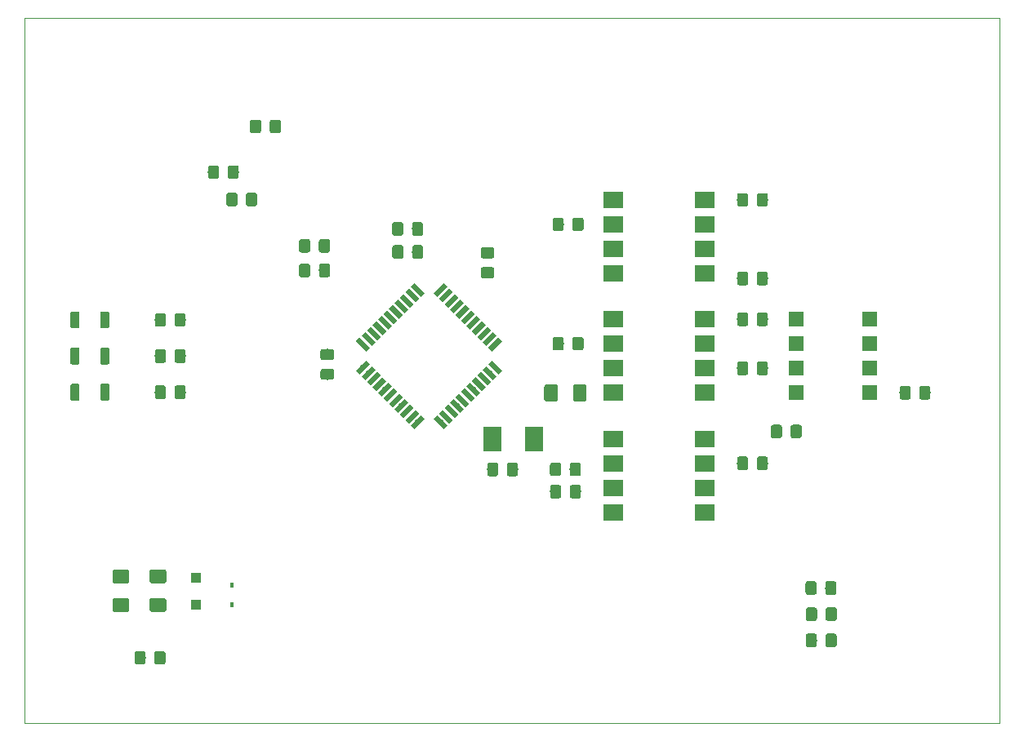
<source format=gbr>
G04 #@! TF.GenerationSoftware,KiCad,Pcbnew,5.1.2+dfsg1-1*
G04 #@! TF.CreationDate,2019-07-22T14:37:20+02:00*
G04 #@! TF.ProjectId,art_controller_3200,6172745f-636f-46e7-9472-6f6c6c65725f,A*
G04 #@! TF.SameCoordinates,Original*
G04 #@! TF.FileFunction,Paste,Bot*
G04 #@! TF.FilePolarity,Positive*
%FSLAX46Y46*%
G04 Gerber Fmt 4.6, Leading zero omitted, Abs format (unit mm)*
G04 Created by KiCad (PCBNEW 5.1.2+dfsg1-1) date 2019-07-22 14:37:20*
%MOMM*%
%LPD*%
G04 APERTURE LIST*
%ADD10C,0.050000*%
%ADD11R,2.000000X1.780000*%
%ADD12C,0.100000*%
%ADD13C,1.150000*%
%ADD14C,1.425000*%
%ADD15R,1.100000X1.100000*%
%ADD16R,0.450000X0.600000*%
%ADD17C,0.950000*%
%ADD18C,0.550000*%
%ADD19R,1.600000X1.600000*%
%ADD20R,1.900000X2.600000*%
G04 APERTURE END LIST*
D10*
X195326000Y-63754000D02*
X94234000Y-63754000D01*
X94234000Y-136906000D02*
X94234000Y-63754000D01*
X195326000Y-136906000D02*
X94234000Y-136906000D01*
X195326000Y-63754000D02*
X195326000Y-136906000D01*
D11*
X164765000Y-107410000D03*
X155235000Y-115030000D03*
X164765000Y-109950000D03*
X155235000Y-112490000D03*
X164765000Y-112490000D03*
X155235000Y-109950000D03*
X164765000Y-115030000D03*
X155235000Y-107410000D03*
D12*
G36*
X143114505Y-109891204D02*
G01*
X143138773Y-109894804D01*
X143162572Y-109900765D01*
X143185671Y-109909030D01*
X143207850Y-109919520D01*
X143228893Y-109932132D01*
X143248599Y-109946747D01*
X143266777Y-109963223D01*
X143283253Y-109981401D01*
X143297868Y-110001107D01*
X143310480Y-110022150D01*
X143320970Y-110044329D01*
X143329235Y-110067428D01*
X143335196Y-110091227D01*
X143338796Y-110115495D01*
X143340000Y-110139999D01*
X143340000Y-111040001D01*
X143338796Y-111064505D01*
X143335196Y-111088773D01*
X143329235Y-111112572D01*
X143320970Y-111135671D01*
X143310480Y-111157850D01*
X143297868Y-111178893D01*
X143283253Y-111198599D01*
X143266777Y-111216777D01*
X143248599Y-111233253D01*
X143228893Y-111247868D01*
X143207850Y-111260480D01*
X143185671Y-111270970D01*
X143162572Y-111279235D01*
X143138773Y-111285196D01*
X143114505Y-111288796D01*
X143090001Y-111290000D01*
X142439999Y-111290000D01*
X142415495Y-111288796D01*
X142391227Y-111285196D01*
X142367428Y-111279235D01*
X142344329Y-111270970D01*
X142322150Y-111260480D01*
X142301107Y-111247868D01*
X142281401Y-111233253D01*
X142263223Y-111216777D01*
X142246747Y-111198599D01*
X142232132Y-111178893D01*
X142219520Y-111157850D01*
X142209030Y-111135671D01*
X142200765Y-111112572D01*
X142194804Y-111088773D01*
X142191204Y-111064505D01*
X142190000Y-111040001D01*
X142190000Y-110139999D01*
X142191204Y-110115495D01*
X142194804Y-110091227D01*
X142200765Y-110067428D01*
X142209030Y-110044329D01*
X142219520Y-110022150D01*
X142232132Y-110001107D01*
X142246747Y-109981401D01*
X142263223Y-109963223D01*
X142281401Y-109946747D01*
X142301107Y-109932132D01*
X142322150Y-109919520D01*
X142344329Y-109909030D01*
X142367428Y-109900765D01*
X142391227Y-109894804D01*
X142415495Y-109891204D01*
X142439999Y-109890000D01*
X143090001Y-109890000D01*
X143114505Y-109891204D01*
X143114505Y-109891204D01*
G37*
D13*
X142765000Y-110590000D03*
D12*
G36*
X145164505Y-109891204D02*
G01*
X145188773Y-109894804D01*
X145212572Y-109900765D01*
X145235671Y-109909030D01*
X145257850Y-109919520D01*
X145278893Y-109932132D01*
X145298599Y-109946747D01*
X145316777Y-109963223D01*
X145333253Y-109981401D01*
X145347868Y-110001107D01*
X145360480Y-110022150D01*
X145370970Y-110044329D01*
X145379235Y-110067428D01*
X145385196Y-110091227D01*
X145388796Y-110115495D01*
X145390000Y-110139999D01*
X145390000Y-111040001D01*
X145388796Y-111064505D01*
X145385196Y-111088773D01*
X145379235Y-111112572D01*
X145370970Y-111135671D01*
X145360480Y-111157850D01*
X145347868Y-111178893D01*
X145333253Y-111198599D01*
X145316777Y-111216777D01*
X145298599Y-111233253D01*
X145278893Y-111247868D01*
X145257850Y-111260480D01*
X145235671Y-111270970D01*
X145212572Y-111279235D01*
X145188773Y-111285196D01*
X145164505Y-111288796D01*
X145140001Y-111290000D01*
X144489999Y-111290000D01*
X144465495Y-111288796D01*
X144441227Y-111285196D01*
X144417428Y-111279235D01*
X144394329Y-111270970D01*
X144372150Y-111260480D01*
X144351107Y-111247868D01*
X144331401Y-111233253D01*
X144313223Y-111216777D01*
X144296747Y-111198599D01*
X144282132Y-111178893D01*
X144269520Y-111157850D01*
X144259030Y-111135671D01*
X144250765Y-111112572D01*
X144244804Y-111088773D01*
X144241204Y-111064505D01*
X144240000Y-111040001D01*
X144240000Y-110139999D01*
X144241204Y-110115495D01*
X144244804Y-110091227D01*
X144250765Y-110067428D01*
X144259030Y-110044329D01*
X144269520Y-110022150D01*
X144282132Y-110001107D01*
X144296747Y-109981401D01*
X144313223Y-109963223D01*
X144331401Y-109946747D01*
X144351107Y-109932132D01*
X144372150Y-109919520D01*
X144394329Y-109909030D01*
X144417428Y-109900765D01*
X144441227Y-109894804D01*
X144465495Y-109891204D01*
X144489999Y-109890000D01*
X145140001Y-109890000D01*
X145164505Y-109891204D01*
X145164505Y-109891204D01*
G37*
D13*
X144815000Y-110590000D03*
D12*
G36*
X151674505Y-109881204D02*
G01*
X151698773Y-109884804D01*
X151722572Y-109890765D01*
X151745671Y-109899030D01*
X151767850Y-109909520D01*
X151788893Y-109922132D01*
X151808599Y-109936747D01*
X151826777Y-109953223D01*
X151843253Y-109971401D01*
X151857868Y-109991107D01*
X151870480Y-110012150D01*
X151880970Y-110034329D01*
X151889235Y-110057428D01*
X151895196Y-110081227D01*
X151898796Y-110105495D01*
X151900000Y-110129999D01*
X151900000Y-111030001D01*
X151898796Y-111054505D01*
X151895196Y-111078773D01*
X151889235Y-111102572D01*
X151880970Y-111125671D01*
X151870480Y-111147850D01*
X151857868Y-111168893D01*
X151843253Y-111188599D01*
X151826777Y-111206777D01*
X151808599Y-111223253D01*
X151788893Y-111237868D01*
X151767850Y-111250480D01*
X151745671Y-111260970D01*
X151722572Y-111269235D01*
X151698773Y-111275196D01*
X151674505Y-111278796D01*
X151650001Y-111280000D01*
X150999999Y-111280000D01*
X150975495Y-111278796D01*
X150951227Y-111275196D01*
X150927428Y-111269235D01*
X150904329Y-111260970D01*
X150882150Y-111250480D01*
X150861107Y-111237868D01*
X150841401Y-111223253D01*
X150823223Y-111206777D01*
X150806747Y-111188599D01*
X150792132Y-111168893D01*
X150779520Y-111147850D01*
X150769030Y-111125671D01*
X150760765Y-111102572D01*
X150754804Y-111078773D01*
X150751204Y-111054505D01*
X150750000Y-111030001D01*
X150750000Y-110129999D01*
X150751204Y-110105495D01*
X150754804Y-110081227D01*
X150760765Y-110057428D01*
X150769030Y-110034329D01*
X150779520Y-110012150D01*
X150792132Y-109991107D01*
X150806747Y-109971401D01*
X150823223Y-109953223D01*
X150841401Y-109936747D01*
X150861107Y-109922132D01*
X150882150Y-109909520D01*
X150904329Y-109899030D01*
X150927428Y-109890765D01*
X150951227Y-109884804D01*
X150975495Y-109881204D01*
X150999999Y-109880000D01*
X151650001Y-109880000D01*
X151674505Y-109881204D01*
X151674505Y-109881204D01*
G37*
D13*
X151325000Y-110580000D03*
D12*
G36*
X149624505Y-109881204D02*
G01*
X149648773Y-109884804D01*
X149672572Y-109890765D01*
X149695671Y-109899030D01*
X149717850Y-109909520D01*
X149738893Y-109922132D01*
X149758599Y-109936747D01*
X149776777Y-109953223D01*
X149793253Y-109971401D01*
X149807868Y-109991107D01*
X149820480Y-110012150D01*
X149830970Y-110034329D01*
X149839235Y-110057428D01*
X149845196Y-110081227D01*
X149848796Y-110105495D01*
X149850000Y-110129999D01*
X149850000Y-111030001D01*
X149848796Y-111054505D01*
X149845196Y-111078773D01*
X149839235Y-111102572D01*
X149830970Y-111125671D01*
X149820480Y-111147850D01*
X149807868Y-111168893D01*
X149793253Y-111188599D01*
X149776777Y-111206777D01*
X149758599Y-111223253D01*
X149738893Y-111237868D01*
X149717850Y-111250480D01*
X149695671Y-111260970D01*
X149672572Y-111269235D01*
X149648773Y-111275196D01*
X149624505Y-111278796D01*
X149600001Y-111280000D01*
X148949999Y-111280000D01*
X148925495Y-111278796D01*
X148901227Y-111275196D01*
X148877428Y-111269235D01*
X148854329Y-111260970D01*
X148832150Y-111250480D01*
X148811107Y-111237868D01*
X148791401Y-111223253D01*
X148773223Y-111206777D01*
X148756747Y-111188599D01*
X148742132Y-111168893D01*
X148729520Y-111147850D01*
X148719030Y-111125671D01*
X148710765Y-111102572D01*
X148704804Y-111078773D01*
X148701204Y-111054505D01*
X148700000Y-111030001D01*
X148700000Y-110129999D01*
X148701204Y-110105495D01*
X148704804Y-110081227D01*
X148710765Y-110057428D01*
X148719030Y-110034329D01*
X148729520Y-110012150D01*
X148742132Y-109991107D01*
X148756747Y-109971401D01*
X148773223Y-109953223D01*
X148791401Y-109936747D01*
X148811107Y-109922132D01*
X148832150Y-109909520D01*
X148854329Y-109899030D01*
X148877428Y-109890765D01*
X148901227Y-109884804D01*
X148925495Y-109881204D01*
X148949999Y-109880000D01*
X149600001Y-109880000D01*
X149624505Y-109881204D01*
X149624505Y-109881204D01*
G37*
D13*
X149275000Y-110580000D03*
D12*
G36*
X108709504Y-123936204D02*
G01*
X108733773Y-123939804D01*
X108757571Y-123945765D01*
X108780671Y-123954030D01*
X108802849Y-123964520D01*
X108823893Y-123977133D01*
X108843598Y-123991747D01*
X108861777Y-124008223D01*
X108878253Y-124026402D01*
X108892867Y-124046107D01*
X108905480Y-124067151D01*
X108915970Y-124089329D01*
X108924235Y-124112429D01*
X108930196Y-124136227D01*
X108933796Y-124160496D01*
X108935000Y-124185000D01*
X108935000Y-125110000D01*
X108933796Y-125134504D01*
X108930196Y-125158773D01*
X108924235Y-125182571D01*
X108915970Y-125205671D01*
X108905480Y-125227849D01*
X108892867Y-125248893D01*
X108878253Y-125268598D01*
X108861777Y-125286777D01*
X108843598Y-125303253D01*
X108823893Y-125317867D01*
X108802849Y-125330480D01*
X108780671Y-125340970D01*
X108757571Y-125349235D01*
X108733773Y-125355196D01*
X108709504Y-125358796D01*
X108685000Y-125360000D01*
X107435000Y-125360000D01*
X107410496Y-125358796D01*
X107386227Y-125355196D01*
X107362429Y-125349235D01*
X107339329Y-125340970D01*
X107317151Y-125330480D01*
X107296107Y-125317867D01*
X107276402Y-125303253D01*
X107258223Y-125286777D01*
X107241747Y-125268598D01*
X107227133Y-125248893D01*
X107214520Y-125227849D01*
X107204030Y-125205671D01*
X107195765Y-125182571D01*
X107189804Y-125158773D01*
X107186204Y-125134504D01*
X107185000Y-125110000D01*
X107185000Y-124185000D01*
X107186204Y-124160496D01*
X107189804Y-124136227D01*
X107195765Y-124112429D01*
X107204030Y-124089329D01*
X107214520Y-124067151D01*
X107227133Y-124046107D01*
X107241747Y-124026402D01*
X107258223Y-124008223D01*
X107276402Y-123991747D01*
X107296107Y-123977133D01*
X107317151Y-123964520D01*
X107339329Y-123954030D01*
X107362429Y-123945765D01*
X107386227Y-123939804D01*
X107410496Y-123936204D01*
X107435000Y-123935000D01*
X108685000Y-123935000D01*
X108709504Y-123936204D01*
X108709504Y-123936204D01*
G37*
D14*
X108060000Y-124647500D03*
D12*
G36*
X108709504Y-120961204D02*
G01*
X108733773Y-120964804D01*
X108757571Y-120970765D01*
X108780671Y-120979030D01*
X108802849Y-120989520D01*
X108823893Y-121002133D01*
X108843598Y-121016747D01*
X108861777Y-121033223D01*
X108878253Y-121051402D01*
X108892867Y-121071107D01*
X108905480Y-121092151D01*
X108915970Y-121114329D01*
X108924235Y-121137429D01*
X108930196Y-121161227D01*
X108933796Y-121185496D01*
X108935000Y-121210000D01*
X108935000Y-122135000D01*
X108933796Y-122159504D01*
X108930196Y-122183773D01*
X108924235Y-122207571D01*
X108915970Y-122230671D01*
X108905480Y-122252849D01*
X108892867Y-122273893D01*
X108878253Y-122293598D01*
X108861777Y-122311777D01*
X108843598Y-122328253D01*
X108823893Y-122342867D01*
X108802849Y-122355480D01*
X108780671Y-122365970D01*
X108757571Y-122374235D01*
X108733773Y-122380196D01*
X108709504Y-122383796D01*
X108685000Y-122385000D01*
X107435000Y-122385000D01*
X107410496Y-122383796D01*
X107386227Y-122380196D01*
X107362429Y-122374235D01*
X107339329Y-122365970D01*
X107317151Y-122355480D01*
X107296107Y-122342867D01*
X107276402Y-122328253D01*
X107258223Y-122311777D01*
X107241747Y-122293598D01*
X107227133Y-122273893D01*
X107214520Y-122252849D01*
X107204030Y-122230671D01*
X107195765Y-122207571D01*
X107189804Y-122183773D01*
X107186204Y-122159504D01*
X107185000Y-122135000D01*
X107185000Y-121210000D01*
X107186204Y-121185496D01*
X107189804Y-121161227D01*
X107195765Y-121137429D01*
X107204030Y-121114329D01*
X107214520Y-121092151D01*
X107227133Y-121071107D01*
X107241747Y-121051402D01*
X107258223Y-121033223D01*
X107276402Y-121016747D01*
X107296107Y-121002133D01*
X107317151Y-120989520D01*
X107339329Y-120979030D01*
X107362429Y-120970765D01*
X107386227Y-120964804D01*
X107410496Y-120961204D01*
X107435000Y-120960000D01*
X108685000Y-120960000D01*
X108709504Y-120961204D01*
X108709504Y-120961204D01*
G37*
D14*
X108060000Y-121672500D03*
D12*
G36*
X142704505Y-87546204D02*
G01*
X142728773Y-87549804D01*
X142752572Y-87555765D01*
X142775671Y-87564030D01*
X142797850Y-87574520D01*
X142818893Y-87587132D01*
X142838599Y-87601747D01*
X142856777Y-87618223D01*
X142873253Y-87636401D01*
X142887868Y-87656107D01*
X142900480Y-87677150D01*
X142910970Y-87699329D01*
X142919235Y-87722428D01*
X142925196Y-87746227D01*
X142928796Y-87770495D01*
X142930000Y-87794999D01*
X142930000Y-88445001D01*
X142928796Y-88469505D01*
X142925196Y-88493773D01*
X142919235Y-88517572D01*
X142910970Y-88540671D01*
X142900480Y-88562850D01*
X142887868Y-88583893D01*
X142873253Y-88603599D01*
X142856777Y-88621777D01*
X142838599Y-88638253D01*
X142818893Y-88652868D01*
X142797850Y-88665480D01*
X142775671Y-88675970D01*
X142752572Y-88684235D01*
X142728773Y-88690196D01*
X142704505Y-88693796D01*
X142680001Y-88695000D01*
X141779999Y-88695000D01*
X141755495Y-88693796D01*
X141731227Y-88690196D01*
X141707428Y-88684235D01*
X141684329Y-88675970D01*
X141662150Y-88665480D01*
X141641107Y-88652868D01*
X141621401Y-88638253D01*
X141603223Y-88621777D01*
X141586747Y-88603599D01*
X141572132Y-88583893D01*
X141559520Y-88562850D01*
X141549030Y-88540671D01*
X141540765Y-88517572D01*
X141534804Y-88493773D01*
X141531204Y-88469505D01*
X141530000Y-88445001D01*
X141530000Y-87794999D01*
X141531204Y-87770495D01*
X141534804Y-87746227D01*
X141540765Y-87722428D01*
X141549030Y-87699329D01*
X141559520Y-87677150D01*
X141572132Y-87656107D01*
X141586747Y-87636401D01*
X141603223Y-87618223D01*
X141621401Y-87601747D01*
X141641107Y-87587132D01*
X141662150Y-87574520D01*
X141684329Y-87564030D01*
X141707428Y-87555765D01*
X141731227Y-87549804D01*
X141755495Y-87546204D01*
X141779999Y-87545000D01*
X142680001Y-87545000D01*
X142704505Y-87546204D01*
X142704505Y-87546204D01*
G37*
D13*
X142230000Y-88120000D03*
D12*
G36*
X142704505Y-89596204D02*
G01*
X142728773Y-89599804D01*
X142752572Y-89605765D01*
X142775671Y-89614030D01*
X142797850Y-89624520D01*
X142818893Y-89637132D01*
X142838599Y-89651747D01*
X142856777Y-89668223D01*
X142873253Y-89686401D01*
X142887868Y-89706107D01*
X142900480Y-89727150D01*
X142910970Y-89749329D01*
X142919235Y-89772428D01*
X142925196Y-89796227D01*
X142928796Y-89820495D01*
X142930000Y-89844999D01*
X142930000Y-90495001D01*
X142928796Y-90519505D01*
X142925196Y-90543773D01*
X142919235Y-90567572D01*
X142910970Y-90590671D01*
X142900480Y-90612850D01*
X142887868Y-90633893D01*
X142873253Y-90653599D01*
X142856777Y-90671777D01*
X142838599Y-90688253D01*
X142818893Y-90702868D01*
X142797850Y-90715480D01*
X142775671Y-90725970D01*
X142752572Y-90734235D01*
X142728773Y-90740196D01*
X142704505Y-90743796D01*
X142680001Y-90745000D01*
X141779999Y-90745000D01*
X141755495Y-90743796D01*
X141731227Y-90740196D01*
X141707428Y-90734235D01*
X141684329Y-90725970D01*
X141662150Y-90715480D01*
X141641107Y-90702868D01*
X141621401Y-90688253D01*
X141603223Y-90671777D01*
X141586747Y-90653599D01*
X141572132Y-90633893D01*
X141559520Y-90612850D01*
X141549030Y-90590671D01*
X141540765Y-90567572D01*
X141534804Y-90543773D01*
X141531204Y-90519505D01*
X141530000Y-90495001D01*
X141530000Y-89844999D01*
X141531204Y-89820495D01*
X141534804Y-89796227D01*
X141540765Y-89772428D01*
X141549030Y-89749329D01*
X141559520Y-89727150D01*
X141572132Y-89706107D01*
X141586747Y-89686401D01*
X141603223Y-89668223D01*
X141621401Y-89651747D01*
X141641107Y-89637132D01*
X141662150Y-89624520D01*
X141684329Y-89614030D01*
X141707428Y-89605765D01*
X141731227Y-89599804D01*
X141755495Y-89596204D01*
X141779999Y-89595000D01*
X142680001Y-89595000D01*
X142704505Y-89596204D01*
X142704505Y-89596204D01*
G37*
D13*
X142230000Y-90170000D03*
D12*
G36*
X126084505Y-100141204D02*
G01*
X126108773Y-100144804D01*
X126132572Y-100150765D01*
X126155671Y-100159030D01*
X126177850Y-100169520D01*
X126198893Y-100182132D01*
X126218599Y-100196747D01*
X126236777Y-100213223D01*
X126253253Y-100231401D01*
X126267868Y-100251107D01*
X126280480Y-100272150D01*
X126290970Y-100294329D01*
X126299235Y-100317428D01*
X126305196Y-100341227D01*
X126308796Y-100365495D01*
X126310000Y-100389999D01*
X126310000Y-101040001D01*
X126308796Y-101064505D01*
X126305196Y-101088773D01*
X126299235Y-101112572D01*
X126290970Y-101135671D01*
X126280480Y-101157850D01*
X126267868Y-101178893D01*
X126253253Y-101198599D01*
X126236777Y-101216777D01*
X126218599Y-101233253D01*
X126198893Y-101247868D01*
X126177850Y-101260480D01*
X126155671Y-101270970D01*
X126132572Y-101279235D01*
X126108773Y-101285196D01*
X126084505Y-101288796D01*
X126060001Y-101290000D01*
X125159999Y-101290000D01*
X125135495Y-101288796D01*
X125111227Y-101285196D01*
X125087428Y-101279235D01*
X125064329Y-101270970D01*
X125042150Y-101260480D01*
X125021107Y-101247868D01*
X125001401Y-101233253D01*
X124983223Y-101216777D01*
X124966747Y-101198599D01*
X124952132Y-101178893D01*
X124939520Y-101157850D01*
X124929030Y-101135671D01*
X124920765Y-101112572D01*
X124914804Y-101088773D01*
X124911204Y-101064505D01*
X124910000Y-101040001D01*
X124910000Y-100389999D01*
X124911204Y-100365495D01*
X124914804Y-100341227D01*
X124920765Y-100317428D01*
X124929030Y-100294329D01*
X124939520Y-100272150D01*
X124952132Y-100251107D01*
X124966747Y-100231401D01*
X124983223Y-100213223D01*
X125001401Y-100196747D01*
X125021107Y-100182132D01*
X125042150Y-100169520D01*
X125064329Y-100159030D01*
X125087428Y-100150765D01*
X125111227Y-100144804D01*
X125135495Y-100141204D01*
X125159999Y-100140000D01*
X126060001Y-100140000D01*
X126084505Y-100141204D01*
X126084505Y-100141204D01*
G37*
D13*
X125610000Y-100715000D03*
D12*
G36*
X126084505Y-98091204D02*
G01*
X126108773Y-98094804D01*
X126132572Y-98100765D01*
X126155671Y-98109030D01*
X126177850Y-98119520D01*
X126198893Y-98132132D01*
X126218599Y-98146747D01*
X126236777Y-98163223D01*
X126253253Y-98181401D01*
X126267868Y-98201107D01*
X126280480Y-98222150D01*
X126290970Y-98244329D01*
X126299235Y-98267428D01*
X126305196Y-98291227D01*
X126308796Y-98315495D01*
X126310000Y-98339999D01*
X126310000Y-98990001D01*
X126308796Y-99014505D01*
X126305196Y-99038773D01*
X126299235Y-99062572D01*
X126290970Y-99085671D01*
X126280480Y-99107850D01*
X126267868Y-99128893D01*
X126253253Y-99148599D01*
X126236777Y-99166777D01*
X126218599Y-99183253D01*
X126198893Y-99197868D01*
X126177850Y-99210480D01*
X126155671Y-99220970D01*
X126132572Y-99229235D01*
X126108773Y-99235196D01*
X126084505Y-99238796D01*
X126060001Y-99240000D01*
X125159999Y-99240000D01*
X125135495Y-99238796D01*
X125111227Y-99235196D01*
X125087428Y-99229235D01*
X125064329Y-99220970D01*
X125042150Y-99210480D01*
X125021107Y-99197868D01*
X125001401Y-99183253D01*
X124983223Y-99166777D01*
X124966747Y-99148599D01*
X124952132Y-99128893D01*
X124939520Y-99107850D01*
X124929030Y-99085671D01*
X124920765Y-99062572D01*
X124914804Y-99038773D01*
X124911204Y-99014505D01*
X124910000Y-98990001D01*
X124910000Y-98339999D01*
X124911204Y-98315495D01*
X124914804Y-98291227D01*
X124920765Y-98267428D01*
X124929030Y-98244329D01*
X124939520Y-98222150D01*
X124952132Y-98201107D01*
X124966747Y-98181401D01*
X124983223Y-98163223D01*
X125001401Y-98146747D01*
X125021107Y-98132132D01*
X125042150Y-98119520D01*
X125064329Y-98109030D01*
X125087428Y-98100765D01*
X125111227Y-98094804D01*
X125135495Y-98091204D01*
X125159999Y-98090000D01*
X126060001Y-98090000D01*
X126084505Y-98091204D01*
X126084505Y-98091204D01*
G37*
D13*
X125610000Y-98665000D03*
D12*
G36*
X133284505Y-87321204D02*
G01*
X133308773Y-87324804D01*
X133332572Y-87330765D01*
X133355671Y-87339030D01*
X133377850Y-87349520D01*
X133398893Y-87362132D01*
X133418599Y-87376747D01*
X133436777Y-87393223D01*
X133453253Y-87411401D01*
X133467868Y-87431107D01*
X133480480Y-87452150D01*
X133490970Y-87474329D01*
X133499235Y-87497428D01*
X133505196Y-87521227D01*
X133508796Y-87545495D01*
X133510000Y-87569999D01*
X133510000Y-88470001D01*
X133508796Y-88494505D01*
X133505196Y-88518773D01*
X133499235Y-88542572D01*
X133490970Y-88565671D01*
X133480480Y-88587850D01*
X133467868Y-88608893D01*
X133453253Y-88628599D01*
X133436777Y-88646777D01*
X133418599Y-88663253D01*
X133398893Y-88677868D01*
X133377850Y-88690480D01*
X133355671Y-88700970D01*
X133332572Y-88709235D01*
X133308773Y-88715196D01*
X133284505Y-88718796D01*
X133260001Y-88720000D01*
X132609999Y-88720000D01*
X132585495Y-88718796D01*
X132561227Y-88715196D01*
X132537428Y-88709235D01*
X132514329Y-88700970D01*
X132492150Y-88690480D01*
X132471107Y-88677868D01*
X132451401Y-88663253D01*
X132433223Y-88646777D01*
X132416747Y-88628599D01*
X132402132Y-88608893D01*
X132389520Y-88587850D01*
X132379030Y-88565671D01*
X132370765Y-88542572D01*
X132364804Y-88518773D01*
X132361204Y-88494505D01*
X132360000Y-88470001D01*
X132360000Y-87569999D01*
X132361204Y-87545495D01*
X132364804Y-87521227D01*
X132370765Y-87497428D01*
X132379030Y-87474329D01*
X132389520Y-87452150D01*
X132402132Y-87431107D01*
X132416747Y-87411401D01*
X132433223Y-87393223D01*
X132451401Y-87376747D01*
X132471107Y-87362132D01*
X132492150Y-87349520D01*
X132514329Y-87339030D01*
X132537428Y-87330765D01*
X132561227Y-87324804D01*
X132585495Y-87321204D01*
X132609999Y-87320000D01*
X133260001Y-87320000D01*
X133284505Y-87321204D01*
X133284505Y-87321204D01*
G37*
D13*
X132935000Y-88020000D03*
D12*
G36*
X135334505Y-87321204D02*
G01*
X135358773Y-87324804D01*
X135382572Y-87330765D01*
X135405671Y-87339030D01*
X135427850Y-87349520D01*
X135448893Y-87362132D01*
X135468599Y-87376747D01*
X135486777Y-87393223D01*
X135503253Y-87411401D01*
X135517868Y-87431107D01*
X135530480Y-87452150D01*
X135540970Y-87474329D01*
X135549235Y-87497428D01*
X135555196Y-87521227D01*
X135558796Y-87545495D01*
X135560000Y-87569999D01*
X135560000Y-88470001D01*
X135558796Y-88494505D01*
X135555196Y-88518773D01*
X135549235Y-88542572D01*
X135540970Y-88565671D01*
X135530480Y-88587850D01*
X135517868Y-88608893D01*
X135503253Y-88628599D01*
X135486777Y-88646777D01*
X135468599Y-88663253D01*
X135448893Y-88677868D01*
X135427850Y-88690480D01*
X135405671Y-88700970D01*
X135382572Y-88709235D01*
X135358773Y-88715196D01*
X135334505Y-88718796D01*
X135310001Y-88720000D01*
X134659999Y-88720000D01*
X134635495Y-88718796D01*
X134611227Y-88715196D01*
X134587428Y-88709235D01*
X134564329Y-88700970D01*
X134542150Y-88690480D01*
X134521107Y-88677868D01*
X134501401Y-88663253D01*
X134483223Y-88646777D01*
X134466747Y-88628599D01*
X134452132Y-88608893D01*
X134439520Y-88587850D01*
X134429030Y-88565671D01*
X134420765Y-88542572D01*
X134414804Y-88518773D01*
X134411204Y-88494505D01*
X134410000Y-88470001D01*
X134410000Y-87569999D01*
X134411204Y-87545495D01*
X134414804Y-87521227D01*
X134420765Y-87497428D01*
X134429030Y-87474329D01*
X134439520Y-87452150D01*
X134452132Y-87431107D01*
X134466747Y-87411401D01*
X134483223Y-87393223D01*
X134501401Y-87376747D01*
X134521107Y-87362132D01*
X134542150Y-87349520D01*
X134564329Y-87339030D01*
X134587428Y-87330765D01*
X134611227Y-87324804D01*
X134635495Y-87321204D01*
X134659999Y-87320000D01*
X135310001Y-87320000D01*
X135334505Y-87321204D01*
X135334505Y-87321204D01*
G37*
D13*
X134985000Y-88020000D03*
D12*
G36*
X169024505Y-81911204D02*
G01*
X169048773Y-81914804D01*
X169072572Y-81920765D01*
X169095671Y-81929030D01*
X169117850Y-81939520D01*
X169138893Y-81952132D01*
X169158599Y-81966747D01*
X169176777Y-81983223D01*
X169193253Y-82001401D01*
X169207868Y-82021107D01*
X169220480Y-82042150D01*
X169230970Y-82064329D01*
X169239235Y-82087428D01*
X169245196Y-82111227D01*
X169248796Y-82135495D01*
X169250000Y-82159999D01*
X169250000Y-83060001D01*
X169248796Y-83084505D01*
X169245196Y-83108773D01*
X169239235Y-83132572D01*
X169230970Y-83155671D01*
X169220480Y-83177850D01*
X169207868Y-83198893D01*
X169193253Y-83218599D01*
X169176777Y-83236777D01*
X169158599Y-83253253D01*
X169138893Y-83267868D01*
X169117850Y-83280480D01*
X169095671Y-83290970D01*
X169072572Y-83299235D01*
X169048773Y-83305196D01*
X169024505Y-83308796D01*
X169000001Y-83310000D01*
X168349999Y-83310000D01*
X168325495Y-83308796D01*
X168301227Y-83305196D01*
X168277428Y-83299235D01*
X168254329Y-83290970D01*
X168232150Y-83280480D01*
X168211107Y-83267868D01*
X168191401Y-83253253D01*
X168173223Y-83236777D01*
X168156747Y-83218599D01*
X168142132Y-83198893D01*
X168129520Y-83177850D01*
X168119030Y-83155671D01*
X168110765Y-83132572D01*
X168104804Y-83108773D01*
X168101204Y-83084505D01*
X168100000Y-83060001D01*
X168100000Y-82159999D01*
X168101204Y-82135495D01*
X168104804Y-82111227D01*
X168110765Y-82087428D01*
X168119030Y-82064329D01*
X168129520Y-82042150D01*
X168142132Y-82021107D01*
X168156747Y-82001401D01*
X168173223Y-81983223D01*
X168191401Y-81966747D01*
X168211107Y-81952132D01*
X168232150Y-81939520D01*
X168254329Y-81929030D01*
X168277428Y-81920765D01*
X168301227Y-81914804D01*
X168325495Y-81911204D01*
X168349999Y-81910000D01*
X169000001Y-81910000D01*
X169024505Y-81911204D01*
X169024505Y-81911204D01*
G37*
D13*
X168675000Y-82610000D03*
D12*
G36*
X171074505Y-81911204D02*
G01*
X171098773Y-81914804D01*
X171122572Y-81920765D01*
X171145671Y-81929030D01*
X171167850Y-81939520D01*
X171188893Y-81952132D01*
X171208599Y-81966747D01*
X171226777Y-81983223D01*
X171243253Y-82001401D01*
X171257868Y-82021107D01*
X171270480Y-82042150D01*
X171280970Y-82064329D01*
X171289235Y-82087428D01*
X171295196Y-82111227D01*
X171298796Y-82135495D01*
X171300000Y-82159999D01*
X171300000Y-83060001D01*
X171298796Y-83084505D01*
X171295196Y-83108773D01*
X171289235Y-83132572D01*
X171280970Y-83155671D01*
X171270480Y-83177850D01*
X171257868Y-83198893D01*
X171243253Y-83218599D01*
X171226777Y-83236777D01*
X171208599Y-83253253D01*
X171188893Y-83267868D01*
X171167850Y-83280480D01*
X171145671Y-83290970D01*
X171122572Y-83299235D01*
X171098773Y-83305196D01*
X171074505Y-83308796D01*
X171050001Y-83310000D01*
X170399999Y-83310000D01*
X170375495Y-83308796D01*
X170351227Y-83305196D01*
X170327428Y-83299235D01*
X170304329Y-83290970D01*
X170282150Y-83280480D01*
X170261107Y-83267868D01*
X170241401Y-83253253D01*
X170223223Y-83236777D01*
X170206747Y-83218599D01*
X170192132Y-83198893D01*
X170179520Y-83177850D01*
X170169030Y-83155671D01*
X170160765Y-83132572D01*
X170154804Y-83108773D01*
X170151204Y-83084505D01*
X170150000Y-83060001D01*
X170150000Y-82159999D01*
X170151204Y-82135495D01*
X170154804Y-82111227D01*
X170160765Y-82087428D01*
X170169030Y-82064329D01*
X170179520Y-82042150D01*
X170192132Y-82021107D01*
X170206747Y-82001401D01*
X170223223Y-81983223D01*
X170241401Y-81966747D01*
X170261107Y-81952132D01*
X170282150Y-81939520D01*
X170304329Y-81929030D01*
X170327428Y-81920765D01*
X170351227Y-81914804D01*
X170375495Y-81911204D01*
X170399999Y-81910000D01*
X171050001Y-81910000D01*
X171074505Y-81911204D01*
X171074505Y-81911204D01*
G37*
D13*
X170725000Y-82610000D03*
D12*
G36*
X171074505Y-90081204D02*
G01*
X171098773Y-90084804D01*
X171122572Y-90090765D01*
X171145671Y-90099030D01*
X171167850Y-90109520D01*
X171188893Y-90122132D01*
X171208599Y-90136747D01*
X171226777Y-90153223D01*
X171243253Y-90171401D01*
X171257868Y-90191107D01*
X171270480Y-90212150D01*
X171280970Y-90234329D01*
X171289235Y-90257428D01*
X171295196Y-90281227D01*
X171298796Y-90305495D01*
X171300000Y-90329999D01*
X171300000Y-91230001D01*
X171298796Y-91254505D01*
X171295196Y-91278773D01*
X171289235Y-91302572D01*
X171280970Y-91325671D01*
X171270480Y-91347850D01*
X171257868Y-91368893D01*
X171243253Y-91388599D01*
X171226777Y-91406777D01*
X171208599Y-91423253D01*
X171188893Y-91437868D01*
X171167850Y-91450480D01*
X171145671Y-91460970D01*
X171122572Y-91469235D01*
X171098773Y-91475196D01*
X171074505Y-91478796D01*
X171050001Y-91480000D01*
X170399999Y-91480000D01*
X170375495Y-91478796D01*
X170351227Y-91475196D01*
X170327428Y-91469235D01*
X170304329Y-91460970D01*
X170282150Y-91450480D01*
X170261107Y-91437868D01*
X170241401Y-91423253D01*
X170223223Y-91406777D01*
X170206747Y-91388599D01*
X170192132Y-91368893D01*
X170179520Y-91347850D01*
X170169030Y-91325671D01*
X170160765Y-91302572D01*
X170154804Y-91278773D01*
X170151204Y-91254505D01*
X170150000Y-91230001D01*
X170150000Y-90329999D01*
X170151204Y-90305495D01*
X170154804Y-90281227D01*
X170160765Y-90257428D01*
X170169030Y-90234329D01*
X170179520Y-90212150D01*
X170192132Y-90191107D01*
X170206747Y-90171401D01*
X170223223Y-90153223D01*
X170241401Y-90136747D01*
X170261107Y-90122132D01*
X170282150Y-90109520D01*
X170304329Y-90099030D01*
X170327428Y-90090765D01*
X170351227Y-90084804D01*
X170375495Y-90081204D01*
X170399999Y-90080000D01*
X171050001Y-90080000D01*
X171074505Y-90081204D01*
X171074505Y-90081204D01*
G37*
D13*
X170725000Y-90780000D03*
D12*
G36*
X169024505Y-90081204D02*
G01*
X169048773Y-90084804D01*
X169072572Y-90090765D01*
X169095671Y-90099030D01*
X169117850Y-90109520D01*
X169138893Y-90122132D01*
X169158599Y-90136747D01*
X169176777Y-90153223D01*
X169193253Y-90171401D01*
X169207868Y-90191107D01*
X169220480Y-90212150D01*
X169230970Y-90234329D01*
X169239235Y-90257428D01*
X169245196Y-90281227D01*
X169248796Y-90305495D01*
X169250000Y-90329999D01*
X169250000Y-91230001D01*
X169248796Y-91254505D01*
X169245196Y-91278773D01*
X169239235Y-91302572D01*
X169230970Y-91325671D01*
X169220480Y-91347850D01*
X169207868Y-91368893D01*
X169193253Y-91388599D01*
X169176777Y-91406777D01*
X169158599Y-91423253D01*
X169138893Y-91437868D01*
X169117850Y-91450480D01*
X169095671Y-91460970D01*
X169072572Y-91469235D01*
X169048773Y-91475196D01*
X169024505Y-91478796D01*
X169000001Y-91480000D01*
X168349999Y-91480000D01*
X168325495Y-91478796D01*
X168301227Y-91475196D01*
X168277428Y-91469235D01*
X168254329Y-91460970D01*
X168232150Y-91450480D01*
X168211107Y-91437868D01*
X168191401Y-91423253D01*
X168173223Y-91406777D01*
X168156747Y-91388599D01*
X168142132Y-91368893D01*
X168129520Y-91347850D01*
X168119030Y-91325671D01*
X168110765Y-91302572D01*
X168104804Y-91278773D01*
X168101204Y-91254505D01*
X168100000Y-91230001D01*
X168100000Y-90329999D01*
X168101204Y-90305495D01*
X168104804Y-90281227D01*
X168110765Y-90257428D01*
X168119030Y-90234329D01*
X168129520Y-90212150D01*
X168142132Y-90191107D01*
X168156747Y-90171401D01*
X168173223Y-90153223D01*
X168191401Y-90136747D01*
X168211107Y-90122132D01*
X168232150Y-90109520D01*
X168254329Y-90099030D01*
X168277428Y-90090765D01*
X168301227Y-90084804D01*
X168325495Y-90081204D01*
X168349999Y-90080000D01*
X169000001Y-90080000D01*
X169024505Y-90081204D01*
X169024505Y-90081204D01*
G37*
D13*
X168675000Y-90780000D03*
D12*
G36*
X171074505Y-109251204D02*
G01*
X171098773Y-109254804D01*
X171122572Y-109260765D01*
X171145671Y-109269030D01*
X171167850Y-109279520D01*
X171188893Y-109292132D01*
X171208599Y-109306747D01*
X171226777Y-109323223D01*
X171243253Y-109341401D01*
X171257868Y-109361107D01*
X171270480Y-109382150D01*
X171280970Y-109404329D01*
X171289235Y-109427428D01*
X171295196Y-109451227D01*
X171298796Y-109475495D01*
X171300000Y-109499999D01*
X171300000Y-110400001D01*
X171298796Y-110424505D01*
X171295196Y-110448773D01*
X171289235Y-110472572D01*
X171280970Y-110495671D01*
X171270480Y-110517850D01*
X171257868Y-110538893D01*
X171243253Y-110558599D01*
X171226777Y-110576777D01*
X171208599Y-110593253D01*
X171188893Y-110607868D01*
X171167850Y-110620480D01*
X171145671Y-110630970D01*
X171122572Y-110639235D01*
X171098773Y-110645196D01*
X171074505Y-110648796D01*
X171050001Y-110650000D01*
X170399999Y-110650000D01*
X170375495Y-110648796D01*
X170351227Y-110645196D01*
X170327428Y-110639235D01*
X170304329Y-110630970D01*
X170282150Y-110620480D01*
X170261107Y-110607868D01*
X170241401Y-110593253D01*
X170223223Y-110576777D01*
X170206747Y-110558599D01*
X170192132Y-110538893D01*
X170179520Y-110517850D01*
X170169030Y-110495671D01*
X170160765Y-110472572D01*
X170154804Y-110448773D01*
X170151204Y-110424505D01*
X170150000Y-110400001D01*
X170150000Y-109499999D01*
X170151204Y-109475495D01*
X170154804Y-109451227D01*
X170160765Y-109427428D01*
X170169030Y-109404329D01*
X170179520Y-109382150D01*
X170192132Y-109361107D01*
X170206747Y-109341401D01*
X170223223Y-109323223D01*
X170241401Y-109306747D01*
X170261107Y-109292132D01*
X170282150Y-109279520D01*
X170304329Y-109269030D01*
X170327428Y-109260765D01*
X170351227Y-109254804D01*
X170375495Y-109251204D01*
X170399999Y-109250000D01*
X171050001Y-109250000D01*
X171074505Y-109251204D01*
X171074505Y-109251204D01*
G37*
D13*
X170725000Y-109950000D03*
D12*
G36*
X169024505Y-109251204D02*
G01*
X169048773Y-109254804D01*
X169072572Y-109260765D01*
X169095671Y-109269030D01*
X169117850Y-109279520D01*
X169138893Y-109292132D01*
X169158599Y-109306747D01*
X169176777Y-109323223D01*
X169193253Y-109341401D01*
X169207868Y-109361107D01*
X169220480Y-109382150D01*
X169230970Y-109404329D01*
X169239235Y-109427428D01*
X169245196Y-109451227D01*
X169248796Y-109475495D01*
X169250000Y-109499999D01*
X169250000Y-110400001D01*
X169248796Y-110424505D01*
X169245196Y-110448773D01*
X169239235Y-110472572D01*
X169230970Y-110495671D01*
X169220480Y-110517850D01*
X169207868Y-110538893D01*
X169193253Y-110558599D01*
X169176777Y-110576777D01*
X169158599Y-110593253D01*
X169138893Y-110607868D01*
X169117850Y-110620480D01*
X169095671Y-110630970D01*
X169072572Y-110639235D01*
X169048773Y-110645196D01*
X169024505Y-110648796D01*
X169000001Y-110650000D01*
X168349999Y-110650000D01*
X168325495Y-110648796D01*
X168301227Y-110645196D01*
X168277428Y-110639235D01*
X168254329Y-110630970D01*
X168232150Y-110620480D01*
X168211107Y-110607868D01*
X168191401Y-110593253D01*
X168173223Y-110576777D01*
X168156747Y-110558599D01*
X168142132Y-110538893D01*
X168129520Y-110517850D01*
X168119030Y-110495671D01*
X168110765Y-110472572D01*
X168104804Y-110448773D01*
X168101204Y-110424505D01*
X168100000Y-110400001D01*
X168100000Y-109499999D01*
X168101204Y-109475495D01*
X168104804Y-109451227D01*
X168110765Y-109427428D01*
X168119030Y-109404329D01*
X168129520Y-109382150D01*
X168142132Y-109361107D01*
X168156747Y-109341401D01*
X168173223Y-109323223D01*
X168191401Y-109306747D01*
X168211107Y-109292132D01*
X168232150Y-109279520D01*
X168254329Y-109269030D01*
X168277428Y-109260765D01*
X168301227Y-109254804D01*
X168325495Y-109251204D01*
X168349999Y-109250000D01*
X169000001Y-109250000D01*
X169024505Y-109251204D01*
X169024505Y-109251204D01*
G37*
D13*
X168675000Y-109950000D03*
D12*
G36*
X185874505Y-101931204D02*
G01*
X185898773Y-101934804D01*
X185922572Y-101940765D01*
X185945671Y-101949030D01*
X185967850Y-101959520D01*
X185988893Y-101972132D01*
X186008599Y-101986747D01*
X186026777Y-102003223D01*
X186043253Y-102021401D01*
X186057868Y-102041107D01*
X186070480Y-102062150D01*
X186080970Y-102084329D01*
X186089235Y-102107428D01*
X186095196Y-102131227D01*
X186098796Y-102155495D01*
X186100000Y-102179999D01*
X186100000Y-103080001D01*
X186098796Y-103104505D01*
X186095196Y-103128773D01*
X186089235Y-103152572D01*
X186080970Y-103175671D01*
X186070480Y-103197850D01*
X186057868Y-103218893D01*
X186043253Y-103238599D01*
X186026777Y-103256777D01*
X186008599Y-103273253D01*
X185988893Y-103287868D01*
X185967850Y-103300480D01*
X185945671Y-103310970D01*
X185922572Y-103319235D01*
X185898773Y-103325196D01*
X185874505Y-103328796D01*
X185850001Y-103330000D01*
X185199999Y-103330000D01*
X185175495Y-103328796D01*
X185151227Y-103325196D01*
X185127428Y-103319235D01*
X185104329Y-103310970D01*
X185082150Y-103300480D01*
X185061107Y-103287868D01*
X185041401Y-103273253D01*
X185023223Y-103256777D01*
X185006747Y-103238599D01*
X184992132Y-103218893D01*
X184979520Y-103197850D01*
X184969030Y-103175671D01*
X184960765Y-103152572D01*
X184954804Y-103128773D01*
X184951204Y-103104505D01*
X184950000Y-103080001D01*
X184950000Y-102179999D01*
X184951204Y-102155495D01*
X184954804Y-102131227D01*
X184960765Y-102107428D01*
X184969030Y-102084329D01*
X184979520Y-102062150D01*
X184992132Y-102041107D01*
X185006747Y-102021401D01*
X185023223Y-102003223D01*
X185041401Y-101986747D01*
X185061107Y-101972132D01*
X185082150Y-101959520D01*
X185104329Y-101949030D01*
X185127428Y-101940765D01*
X185151227Y-101934804D01*
X185175495Y-101931204D01*
X185199999Y-101930000D01*
X185850001Y-101930000D01*
X185874505Y-101931204D01*
X185874505Y-101931204D01*
G37*
D13*
X185525000Y-102630000D03*
D12*
G36*
X187924505Y-101931204D02*
G01*
X187948773Y-101934804D01*
X187972572Y-101940765D01*
X187995671Y-101949030D01*
X188017850Y-101959520D01*
X188038893Y-101972132D01*
X188058599Y-101986747D01*
X188076777Y-102003223D01*
X188093253Y-102021401D01*
X188107868Y-102041107D01*
X188120480Y-102062150D01*
X188130970Y-102084329D01*
X188139235Y-102107428D01*
X188145196Y-102131227D01*
X188148796Y-102155495D01*
X188150000Y-102179999D01*
X188150000Y-103080001D01*
X188148796Y-103104505D01*
X188145196Y-103128773D01*
X188139235Y-103152572D01*
X188130970Y-103175671D01*
X188120480Y-103197850D01*
X188107868Y-103218893D01*
X188093253Y-103238599D01*
X188076777Y-103256777D01*
X188058599Y-103273253D01*
X188038893Y-103287868D01*
X188017850Y-103300480D01*
X187995671Y-103310970D01*
X187972572Y-103319235D01*
X187948773Y-103325196D01*
X187924505Y-103328796D01*
X187900001Y-103330000D01*
X187249999Y-103330000D01*
X187225495Y-103328796D01*
X187201227Y-103325196D01*
X187177428Y-103319235D01*
X187154329Y-103310970D01*
X187132150Y-103300480D01*
X187111107Y-103287868D01*
X187091401Y-103273253D01*
X187073223Y-103256777D01*
X187056747Y-103238599D01*
X187042132Y-103218893D01*
X187029520Y-103197850D01*
X187019030Y-103175671D01*
X187010765Y-103152572D01*
X187004804Y-103128773D01*
X187001204Y-103104505D01*
X187000000Y-103080001D01*
X187000000Y-102179999D01*
X187001204Y-102155495D01*
X187004804Y-102131227D01*
X187010765Y-102107428D01*
X187019030Y-102084329D01*
X187029520Y-102062150D01*
X187042132Y-102041107D01*
X187056747Y-102021401D01*
X187073223Y-102003223D01*
X187091401Y-101986747D01*
X187111107Y-101972132D01*
X187132150Y-101959520D01*
X187154329Y-101949030D01*
X187177428Y-101940765D01*
X187201227Y-101934804D01*
X187225495Y-101931204D01*
X187249999Y-101930000D01*
X187900001Y-101930000D01*
X187924505Y-101931204D01*
X187924505Y-101931204D01*
G37*
D13*
X187575000Y-102630000D03*
D15*
X112030000Y-121800000D03*
X112030000Y-124600000D03*
D16*
X115740000Y-122550000D03*
X115740000Y-124650000D03*
D12*
G36*
X102853623Y-94185915D02*
G01*
X102872067Y-94188651D01*
X102890154Y-94193181D01*
X102907710Y-94199463D01*
X102924565Y-94207435D01*
X102940558Y-94217021D01*
X102955535Y-94228128D01*
X102969350Y-94240650D01*
X102981872Y-94254465D01*
X102992979Y-94269442D01*
X103002565Y-94285435D01*
X103010537Y-94302290D01*
X103016819Y-94319846D01*
X103021349Y-94337933D01*
X103024085Y-94356377D01*
X103025000Y-94375000D01*
X103025000Y-95745000D01*
X103024085Y-95763623D01*
X103021349Y-95782067D01*
X103016819Y-95800154D01*
X103010537Y-95817710D01*
X103002565Y-95834565D01*
X102992979Y-95850558D01*
X102981872Y-95865535D01*
X102969350Y-95879350D01*
X102955535Y-95891872D01*
X102940558Y-95902979D01*
X102924565Y-95912565D01*
X102907710Y-95920537D01*
X102890154Y-95926819D01*
X102872067Y-95931349D01*
X102853623Y-95934085D01*
X102835000Y-95935000D01*
X102265000Y-95935000D01*
X102246377Y-95934085D01*
X102227933Y-95931349D01*
X102209846Y-95926819D01*
X102192290Y-95920537D01*
X102175435Y-95912565D01*
X102159442Y-95902979D01*
X102144465Y-95891872D01*
X102130650Y-95879350D01*
X102118128Y-95865535D01*
X102107021Y-95850558D01*
X102097435Y-95834565D01*
X102089463Y-95817710D01*
X102083181Y-95800154D01*
X102078651Y-95782067D01*
X102075915Y-95763623D01*
X102075000Y-95745000D01*
X102075000Y-94375000D01*
X102075915Y-94356377D01*
X102078651Y-94337933D01*
X102083181Y-94319846D01*
X102089463Y-94302290D01*
X102097435Y-94285435D01*
X102107021Y-94269442D01*
X102118128Y-94254465D01*
X102130650Y-94240650D01*
X102144465Y-94228128D01*
X102159442Y-94217021D01*
X102175435Y-94207435D01*
X102192290Y-94199463D01*
X102209846Y-94193181D01*
X102227933Y-94188651D01*
X102246377Y-94185915D01*
X102265000Y-94185000D01*
X102835000Y-94185000D01*
X102853623Y-94185915D01*
X102853623Y-94185915D01*
G37*
D17*
X102550000Y-95060000D03*
D12*
G36*
X99753623Y-94185915D02*
G01*
X99772067Y-94188651D01*
X99790154Y-94193181D01*
X99807710Y-94199463D01*
X99824565Y-94207435D01*
X99840558Y-94217021D01*
X99855535Y-94228128D01*
X99869350Y-94240650D01*
X99881872Y-94254465D01*
X99892979Y-94269442D01*
X99902565Y-94285435D01*
X99910537Y-94302290D01*
X99916819Y-94319846D01*
X99921349Y-94337933D01*
X99924085Y-94356377D01*
X99925000Y-94375000D01*
X99925000Y-95745000D01*
X99924085Y-95763623D01*
X99921349Y-95782067D01*
X99916819Y-95800154D01*
X99910537Y-95817710D01*
X99902565Y-95834565D01*
X99892979Y-95850558D01*
X99881872Y-95865535D01*
X99869350Y-95879350D01*
X99855535Y-95891872D01*
X99840558Y-95902979D01*
X99824565Y-95912565D01*
X99807710Y-95920537D01*
X99790154Y-95926819D01*
X99772067Y-95931349D01*
X99753623Y-95934085D01*
X99735000Y-95935000D01*
X99165000Y-95935000D01*
X99146377Y-95934085D01*
X99127933Y-95931349D01*
X99109846Y-95926819D01*
X99092290Y-95920537D01*
X99075435Y-95912565D01*
X99059442Y-95902979D01*
X99044465Y-95891872D01*
X99030650Y-95879350D01*
X99018128Y-95865535D01*
X99007021Y-95850558D01*
X98997435Y-95834565D01*
X98989463Y-95817710D01*
X98983181Y-95800154D01*
X98978651Y-95782067D01*
X98975915Y-95763623D01*
X98975000Y-95745000D01*
X98975000Y-94375000D01*
X98975915Y-94356377D01*
X98978651Y-94337933D01*
X98983181Y-94319846D01*
X98989463Y-94302290D01*
X98997435Y-94285435D01*
X99007021Y-94269442D01*
X99018128Y-94254465D01*
X99030650Y-94240650D01*
X99044465Y-94228128D01*
X99059442Y-94217021D01*
X99075435Y-94207435D01*
X99092290Y-94199463D01*
X99109846Y-94193181D01*
X99127933Y-94188651D01*
X99146377Y-94185915D01*
X99165000Y-94185000D01*
X99735000Y-94185000D01*
X99753623Y-94185915D01*
X99753623Y-94185915D01*
G37*
D17*
X99450000Y-95060000D03*
D12*
G36*
X99753623Y-97945915D02*
G01*
X99772067Y-97948651D01*
X99790154Y-97953181D01*
X99807710Y-97959463D01*
X99824565Y-97967435D01*
X99840558Y-97977021D01*
X99855535Y-97988128D01*
X99869350Y-98000650D01*
X99881872Y-98014465D01*
X99892979Y-98029442D01*
X99902565Y-98045435D01*
X99910537Y-98062290D01*
X99916819Y-98079846D01*
X99921349Y-98097933D01*
X99924085Y-98116377D01*
X99925000Y-98135000D01*
X99925000Y-99505000D01*
X99924085Y-99523623D01*
X99921349Y-99542067D01*
X99916819Y-99560154D01*
X99910537Y-99577710D01*
X99902565Y-99594565D01*
X99892979Y-99610558D01*
X99881872Y-99625535D01*
X99869350Y-99639350D01*
X99855535Y-99651872D01*
X99840558Y-99662979D01*
X99824565Y-99672565D01*
X99807710Y-99680537D01*
X99790154Y-99686819D01*
X99772067Y-99691349D01*
X99753623Y-99694085D01*
X99735000Y-99695000D01*
X99165000Y-99695000D01*
X99146377Y-99694085D01*
X99127933Y-99691349D01*
X99109846Y-99686819D01*
X99092290Y-99680537D01*
X99075435Y-99672565D01*
X99059442Y-99662979D01*
X99044465Y-99651872D01*
X99030650Y-99639350D01*
X99018128Y-99625535D01*
X99007021Y-99610558D01*
X98997435Y-99594565D01*
X98989463Y-99577710D01*
X98983181Y-99560154D01*
X98978651Y-99542067D01*
X98975915Y-99523623D01*
X98975000Y-99505000D01*
X98975000Y-98135000D01*
X98975915Y-98116377D01*
X98978651Y-98097933D01*
X98983181Y-98079846D01*
X98989463Y-98062290D01*
X98997435Y-98045435D01*
X99007021Y-98029442D01*
X99018128Y-98014465D01*
X99030650Y-98000650D01*
X99044465Y-97988128D01*
X99059442Y-97977021D01*
X99075435Y-97967435D01*
X99092290Y-97959463D01*
X99109846Y-97953181D01*
X99127933Y-97948651D01*
X99146377Y-97945915D01*
X99165000Y-97945000D01*
X99735000Y-97945000D01*
X99753623Y-97945915D01*
X99753623Y-97945915D01*
G37*
D17*
X99450000Y-98820000D03*
D12*
G36*
X102853623Y-97945915D02*
G01*
X102872067Y-97948651D01*
X102890154Y-97953181D01*
X102907710Y-97959463D01*
X102924565Y-97967435D01*
X102940558Y-97977021D01*
X102955535Y-97988128D01*
X102969350Y-98000650D01*
X102981872Y-98014465D01*
X102992979Y-98029442D01*
X103002565Y-98045435D01*
X103010537Y-98062290D01*
X103016819Y-98079846D01*
X103021349Y-98097933D01*
X103024085Y-98116377D01*
X103025000Y-98135000D01*
X103025000Y-99505000D01*
X103024085Y-99523623D01*
X103021349Y-99542067D01*
X103016819Y-99560154D01*
X103010537Y-99577710D01*
X103002565Y-99594565D01*
X102992979Y-99610558D01*
X102981872Y-99625535D01*
X102969350Y-99639350D01*
X102955535Y-99651872D01*
X102940558Y-99662979D01*
X102924565Y-99672565D01*
X102907710Y-99680537D01*
X102890154Y-99686819D01*
X102872067Y-99691349D01*
X102853623Y-99694085D01*
X102835000Y-99695000D01*
X102265000Y-99695000D01*
X102246377Y-99694085D01*
X102227933Y-99691349D01*
X102209846Y-99686819D01*
X102192290Y-99680537D01*
X102175435Y-99672565D01*
X102159442Y-99662979D01*
X102144465Y-99651872D01*
X102130650Y-99639350D01*
X102118128Y-99625535D01*
X102107021Y-99610558D01*
X102097435Y-99594565D01*
X102089463Y-99577710D01*
X102083181Y-99560154D01*
X102078651Y-99542067D01*
X102075915Y-99523623D01*
X102075000Y-99505000D01*
X102075000Y-98135000D01*
X102075915Y-98116377D01*
X102078651Y-98097933D01*
X102083181Y-98079846D01*
X102089463Y-98062290D01*
X102097435Y-98045435D01*
X102107021Y-98029442D01*
X102118128Y-98014465D01*
X102130650Y-98000650D01*
X102144465Y-97988128D01*
X102159442Y-97977021D01*
X102175435Y-97967435D01*
X102192290Y-97959463D01*
X102209846Y-97953181D01*
X102227933Y-97948651D01*
X102246377Y-97945915D01*
X102265000Y-97945000D01*
X102835000Y-97945000D01*
X102853623Y-97945915D01*
X102853623Y-97945915D01*
G37*
D17*
X102550000Y-98820000D03*
D12*
G36*
X104869504Y-120981204D02*
G01*
X104893773Y-120984804D01*
X104917571Y-120990765D01*
X104940671Y-120999030D01*
X104962849Y-121009520D01*
X104983893Y-121022133D01*
X105003598Y-121036747D01*
X105021777Y-121053223D01*
X105038253Y-121071402D01*
X105052867Y-121091107D01*
X105065480Y-121112151D01*
X105075970Y-121134329D01*
X105084235Y-121157429D01*
X105090196Y-121181227D01*
X105093796Y-121205496D01*
X105095000Y-121230000D01*
X105095000Y-122155000D01*
X105093796Y-122179504D01*
X105090196Y-122203773D01*
X105084235Y-122227571D01*
X105075970Y-122250671D01*
X105065480Y-122272849D01*
X105052867Y-122293893D01*
X105038253Y-122313598D01*
X105021777Y-122331777D01*
X105003598Y-122348253D01*
X104983893Y-122362867D01*
X104962849Y-122375480D01*
X104940671Y-122385970D01*
X104917571Y-122394235D01*
X104893773Y-122400196D01*
X104869504Y-122403796D01*
X104845000Y-122405000D01*
X103595000Y-122405000D01*
X103570496Y-122403796D01*
X103546227Y-122400196D01*
X103522429Y-122394235D01*
X103499329Y-122385970D01*
X103477151Y-122375480D01*
X103456107Y-122362867D01*
X103436402Y-122348253D01*
X103418223Y-122331777D01*
X103401747Y-122313598D01*
X103387133Y-122293893D01*
X103374520Y-122272849D01*
X103364030Y-122250671D01*
X103355765Y-122227571D01*
X103349804Y-122203773D01*
X103346204Y-122179504D01*
X103345000Y-122155000D01*
X103345000Y-121230000D01*
X103346204Y-121205496D01*
X103349804Y-121181227D01*
X103355765Y-121157429D01*
X103364030Y-121134329D01*
X103374520Y-121112151D01*
X103387133Y-121091107D01*
X103401747Y-121071402D01*
X103418223Y-121053223D01*
X103436402Y-121036747D01*
X103456107Y-121022133D01*
X103477151Y-121009520D01*
X103499329Y-120999030D01*
X103522429Y-120990765D01*
X103546227Y-120984804D01*
X103570496Y-120981204D01*
X103595000Y-120980000D01*
X104845000Y-120980000D01*
X104869504Y-120981204D01*
X104869504Y-120981204D01*
G37*
D14*
X104220000Y-121692500D03*
D12*
G36*
X104869504Y-123956204D02*
G01*
X104893773Y-123959804D01*
X104917571Y-123965765D01*
X104940671Y-123974030D01*
X104962849Y-123984520D01*
X104983893Y-123997133D01*
X105003598Y-124011747D01*
X105021777Y-124028223D01*
X105038253Y-124046402D01*
X105052867Y-124066107D01*
X105065480Y-124087151D01*
X105075970Y-124109329D01*
X105084235Y-124132429D01*
X105090196Y-124156227D01*
X105093796Y-124180496D01*
X105095000Y-124205000D01*
X105095000Y-125130000D01*
X105093796Y-125154504D01*
X105090196Y-125178773D01*
X105084235Y-125202571D01*
X105075970Y-125225671D01*
X105065480Y-125247849D01*
X105052867Y-125268893D01*
X105038253Y-125288598D01*
X105021777Y-125306777D01*
X105003598Y-125323253D01*
X104983893Y-125337867D01*
X104962849Y-125350480D01*
X104940671Y-125360970D01*
X104917571Y-125369235D01*
X104893773Y-125375196D01*
X104869504Y-125378796D01*
X104845000Y-125380000D01*
X103595000Y-125380000D01*
X103570496Y-125378796D01*
X103546227Y-125375196D01*
X103522429Y-125369235D01*
X103499329Y-125360970D01*
X103477151Y-125350480D01*
X103456107Y-125337867D01*
X103436402Y-125323253D01*
X103418223Y-125306777D01*
X103401747Y-125288598D01*
X103387133Y-125268893D01*
X103374520Y-125247849D01*
X103364030Y-125225671D01*
X103355765Y-125202571D01*
X103349804Y-125178773D01*
X103346204Y-125154504D01*
X103345000Y-125130000D01*
X103345000Y-124205000D01*
X103346204Y-124180496D01*
X103349804Y-124156227D01*
X103355765Y-124132429D01*
X103364030Y-124109329D01*
X103374520Y-124087151D01*
X103387133Y-124066107D01*
X103401747Y-124046402D01*
X103418223Y-124028223D01*
X103436402Y-124011747D01*
X103456107Y-123997133D01*
X103477151Y-123984520D01*
X103499329Y-123974030D01*
X103522429Y-123965765D01*
X103546227Y-123959804D01*
X103570496Y-123956204D01*
X103595000Y-123955000D01*
X104845000Y-123955000D01*
X104869504Y-123956204D01*
X104869504Y-123956204D01*
G37*
D14*
X104220000Y-124667500D03*
D12*
G36*
X135324505Y-84931204D02*
G01*
X135348773Y-84934804D01*
X135372572Y-84940765D01*
X135395671Y-84949030D01*
X135417850Y-84959520D01*
X135438893Y-84972132D01*
X135458599Y-84986747D01*
X135476777Y-85003223D01*
X135493253Y-85021401D01*
X135507868Y-85041107D01*
X135520480Y-85062150D01*
X135530970Y-85084329D01*
X135539235Y-85107428D01*
X135545196Y-85131227D01*
X135548796Y-85155495D01*
X135550000Y-85179999D01*
X135550000Y-86080001D01*
X135548796Y-86104505D01*
X135545196Y-86128773D01*
X135539235Y-86152572D01*
X135530970Y-86175671D01*
X135520480Y-86197850D01*
X135507868Y-86218893D01*
X135493253Y-86238599D01*
X135476777Y-86256777D01*
X135458599Y-86273253D01*
X135438893Y-86287868D01*
X135417850Y-86300480D01*
X135395671Y-86310970D01*
X135372572Y-86319235D01*
X135348773Y-86325196D01*
X135324505Y-86328796D01*
X135300001Y-86330000D01*
X134649999Y-86330000D01*
X134625495Y-86328796D01*
X134601227Y-86325196D01*
X134577428Y-86319235D01*
X134554329Y-86310970D01*
X134532150Y-86300480D01*
X134511107Y-86287868D01*
X134491401Y-86273253D01*
X134473223Y-86256777D01*
X134456747Y-86238599D01*
X134442132Y-86218893D01*
X134429520Y-86197850D01*
X134419030Y-86175671D01*
X134410765Y-86152572D01*
X134404804Y-86128773D01*
X134401204Y-86104505D01*
X134400000Y-86080001D01*
X134400000Y-85179999D01*
X134401204Y-85155495D01*
X134404804Y-85131227D01*
X134410765Y-85107428D01*
X134419030Y-85084329D01*
X134429520Y-85062150D01*
X134442132Y-85041107D01*
X134456747Y-85021401D01*
X134473223Y-85003223D01*
X134491401Y-84986747D01*
X134511107Y-84972132D01*
X134532150Y-84959520D01*
X134554329Y-84949030D01*
X134577428Y-84940765D01*
X134601227Y-84934804D01*
X134625495Y-84931204D01*
X134649999Y-84930000D01*
X135300001Y-84930000D01*
X135324505Y-84931204D01*
X135324505Y-84931204D01*
G37*
D13*
X134975000Y-85630000D03*
D12*
G36*
X133274505Y-84931204D02*
G01*
X133298773Y-84934804D01*
X133322572Y-84940765D01*
X133345671Y-84949030D01*
X133367850Y-84959520D01*
X133388893Y-84972132D01*
X133408599Y-84986747D01*
X133426777Y-85003223D01*
X133443253Y-85021401D01*
X133457868Y-85041107D01*
X133470480Y-85062150D01*
X133480970Y-85084329D01*
X133489235Y-85107428D01*
X133495196Y-85131227D01*
X133498796Y-85155495D01*
X133500000Y-85179999D01*
X133500000Y-86080001D01*
X133498796Y-86104505D01*
X133495196Y-86128773D01*
X133489235Y-86152572D01*
X133480970Y-86175671D01*
X133470480Y-86197850D01*
X133457868Y-86218893D01*
X133443253Y-86238599D01*
X133426777Y-86256777D01*
X133408599Y-86273253D01*
X133388893Y-86287868D01*
X133367850Y-86300480D01*
X133345671Y-86310970D01*
X133322572Y-86319235D01*
X133298773Y-86325196D01*
X133274505Y-86328796D01*
X133250001Y-86330000D01*
X132599999Y-86330000D01*
X132575495Y-86328796D01*
X132551227Y-86325196D01*
X132527428Y-86319235D01*
X132504329Y-86310970D01*
X132482150Y-86300480D01*
X132461107Y-86287868D01*
X132441401Y-86273253D01*
X132423223Y-86256777D01*
X132406747Y-86238599D01*
X132392132Y-86218893D01*
X132379520Y-86197850D01*
X132369030Y-86175671D01*
X132360765Y-86152572D01*
X132354804Y-86128773D01*
X132351204Y-86104505D01*
X132350000Y-86080001D01*
X132350000Y-85179999D01*
X132351204Y-85155495D01*
X132354804Y-85131227D01*
X132360765Y-85107428D01*
X132369030Y-85084329D01*
X132379520Y-85062150D01*
X132392132Y-85041107D01*
X132406747Y-85021401D01*
X132423223Y-85003223D01*
X132441401Y-84986747D01*
X132461107Y-84972132D01*
X132482150Y-84959520D01*
X132504329Y-84949030D01*
X132527428Y-84940765D01*
X132551227Y-84934804D01*
X132575495Y-84931204D01*
X132599999Y-84930000D01*
X133250001Y-84930000D01*
X133274505Y-84931204D01*
X133274505Y-84931204D01*
G37*
D13*
X132925000Y-85630000D03*
D12*
G36*
X106554505Y-129421204D02*
G01*
X106578773Y-129424804D01*
X106602572Y-129430765D01*
X106625671Y-129439030D01*
X106647850Y-129449520D01*
X106668893Y-129462132D01*
X106688599Y-129476747D01*
X106706777Y-129493223D01*
X106723253Y-129511401D01*
X106737868Y-129531107D01*
X106750480Y-129552150D01*
X106760970Y-129574329D01*
X106769235Y-129597428D01*
X106775196Y-129621227D01*
X106778796Y-129645495D01*
X106780000Y-129669999D01*
X106780000Y-130570001D01*
X106778796Y-130594505D01*
X106775196Y-130618773D01*
X106769235Y-130642572D01*
X106760970Y-130665671D01*
X106750480Y-130687850D01*
X106737868Y-130708893D01*
X106723253Y-130728599D01*
X106706777Y-130746777D01*
X106688599Y-130763253D01*
X106668893Y-130777868D01*
X106647850Y-130790480D01*
X106625671Y-130800970D01*
X106602572Y-130809235D01*
X106578773Y-130815196D01*
X106554505Y-130818796D01*
X106530001Y-130820000D01*
X105879999Y-130820000D01*
X105855495Y-130818796D01*
X105831227Y-130815196D01*
X105807428Y-130809235D01*
X105784329Y-130800970D01*
X105762150Y-130790480D01*
X105741107Y-130777868D01*
X105721401Y-130763253D01*
X105703223Y-130746777D01*
X105686747Y-130728599D01*
X105672132Y-130708893D01*
X105659520Y-130687850D01*
X105649030Y-130665671D01*
X105640765Y-130642572D01*
X105634804Y-130618773D01*
X105631204Y-130594505D01*
X105630000Y-130570001D01*
X105630000Y-129669999D01*
X105631204Y-129645495D01*
X105634804Y-129621227D01*
X105640765Y-129597428D01*
X105649030Y-129574329D01*
X105659520Y-129552150D01*
X105672132Y-129531107D01*
X105686747Y-129511401D01*
X105703223Y-129493223D01*
X105721401Y-129476747D01*
X105741107Y-129462132D01*
X105762150Y-129449520D01*
X105784329Y-129439030D01*
X105807428Y-129430765D01*
X105831227Y-129424804D01*
X105855495Y-129421204D01*
X105879999Y-129420000D01*
X106530001Y-129420000D01*
X106554505Y-129421204D01*
X106554505Y-129421204D01*
G37*
D13*
X106205000Y-130120000D03*
D12*
G36*
X108604505Y-129421204D02*
G01*
X108628773Y-129424804D01*
X108652572Y-129430765D01*
X108675671Y-129439030D01*
X108697850Y-129449520D01*
X108718893Y-129462132D01*
X108738599Y-129476747D01*
X108756777Y-129493223D01*
X108773253Y-129511401D01*
X108787868Y-129531107D01*
X108800480Y-129552150D01*
X108810970Y-129574329D01*
X108819235Y-129597428D01*
X108825196Y-129621227D01*
X108828796Y-129645495D01*
X108830000Y-129669999D01*
X108830000Y-130570001D01*
X108828796Y-130594505D01*
X108825196Y-130618773D01*
X108819235Y-130642572D01*
X108810970Y-130665671D01*
X108800480Y-130687850D01*
X108787868Y-130708893D01*
X108773253Y-130728599D01*
X108756777Y-130746777D01*
X108738599Y-130763253D01*
X108718893Y-130777868D01*
X108697850Y-130790480D01*
X108675671Y-130800970D01*
X108652572Y-130809235D01*
X108628773Y-130815196D01*
X108604505Y-130818796D01*
X108580001Y-130820000D01*
X107929999Y-130820000D01*
X107905495Y-130818796D01*
X107881227Y-130815196D01*
X107857428Y-130809235D01*
X107834329Y-130800970D01*
X107812150Y-130790480D01*
X107791107Y-130777868D01*
X107771401Y-130763253D01*
X107753223Y-130746777D01*
X107736747Y-130728599D01*
X107722132Y-130708893D01*
X107709520Y-130687850D01*
X107699030Y-130665671D01*
X107690765Y-130642572D01*
X107684804Y-130618773D01*
X107681204Y-130594505D01*
X107680000Y-130570001D01*
X107680000Y-129669999D01*
X107681204Y-129645495D01*
X107684804Y-129621227D01*
X107690765Y-129597428D01*
X107699030Y-129574329D01*
X107709520Y-129552150D01*
X107722132Y-129531107D01*
X107736747Y-129511401D01*
X107753223Y-129493223D01*
X107771401Y-129476747D01*
X107791107Y-129462132D01*
X107812150Y-129449520D01*
X107834329Y-129439030D01*
X107857428Y-129430765D01*
X107881227Y-129424804D01*
X107905495Y-129421204D01*
X107929999Y-129420000D01*
X108580001Y-129420000D01*
X108604505Y-129421204D01*
X108604505Y-129421204D01*
G37*
D13*
X108255000Y-130120000D03*
D12*
G36*
X114164505Y-79041204D02*
G01*
X114188773Y-79044804D01*
X114212572Y-79050765D01*
X114235671Y-79059030D01*
X114257850Y-79069520D01*
X114278893Y-79082132D01*
X114298599Y-79096747D01*
X114316777Y-79113223D01*
X114333253Y-79131401D01*
X114347868Y-79151107D01*
X114360480Y-79172150D01*
X114370970Y-79194329D01*
X114379235Y-79217428D01*
X114385196Y-79241227D01*
X114388796Y-79265495D01*
X114390000Y-79289999D01*
X114390000Y-80190001D01*
X114388796Y-80214505D01*
X114385196Y-80238773D01*
X114379235Y-80262572D01*
X114370970Y-80285671D01*
X114360480Y-80307850D01*
X114347868Y-80328893D01*
X114333253Y-80348599D01*
X114316777Y-80366777D01*
X114298599Y-80383253D01*
X114278893Y-80397868D01*
X114257850Y-80410480D01*
X114235671Y-80420970D01*
X114212572Y-80429235D01*
X114188773Y-80435196D01*
X114164505Y-80438796D01*
X114140001Y-80440000D01*
X113489999Y-80440000D01*
X113465495Y-80438796D01*
X113441227Y-80435196D01*
X113417428Y-80429235D01*
X113394329Y-80420970D01*
X113372150Y-80410480D01*
X113351107Y-80397868D01*
X113331401Y-80383253D01*
X113313223Y-80366777D01*
X113296747Y-80348599D01*
X113282132Y-80328893D01*
X113269520Y-80307850D01*
X113259030Y-80285671D01*
X113250765Y-80262572D01*
X113244804Y-80238773D01*
X113241204Y-80214505D01*
X113240000Y-80190001D01*
X113240000Y-79289999D01*
X113241204Y-79265495D01*
X113244804Y-79241227D01*
X113250765Y-79217428D01*
X113259030Y-79194329D01*
X113269520Y-79172150D01*
X113282132Y-79151107D01*
X113296747Y-79131401D01*
X113313223Y-79113223D01*
X113331401Y-79096747D01*
X113351107Y-79082132D01*
X113372150Y-79069520D01*
X113394329Y-79059030D01*
X113417428Y-79050765D01*
X113441227Y-79044804D01*
X113465495Y-79041204D01*
X113489999Y-79040000D01*
X114140001Y-79040000D01*
X114164505Y-79041204D01*
X114164505Y-79041204D01*
G37*
D13*
X113815000Y-79740000D03*
D12*
G36*
X116214505Y-79041204D02*
G01*
X116238773Y-79044804D01*
X116262572Y-79050765D01*
X116285671Y-79059030D01*
X116307850Y-79069520D01*
X116328893Y-79082132D01*
X116348599Y-79096747D01*
X116366777Y-79113223D01*
X116383253Y-79131401D01*
X116397868Y-79151107D01*
X116410480Y-79172150D01*
X116420970Y-79194329D01*
X116429235Y-79217428D01*
X116435196Y-79241227D01*
X116438796Y-79265495D01*
X116440000Y-79289999D01*
X116440000Y-80190001D01*
X116438796Y-80214505D01*
X116435196Y-80238773D01*
X116429235Y-80262572D01*
X116420970Y-80285671D01*
X116410480Y-80307850D01*
X116397868Y-80328893D01*
X116383253Y-80348599D01*
X116366777Y-80366777D01*
X116348599Y-80383253D01*
X116328893Y-80397868D01*
X116307850Y-80410480D01*
X116285671Y-80420970D01*
X116262572Y-80429235D01*
X116238773Y-80435196D01*
X116214505Y-80438796D01*
X116190001Y-80440000D01*
X115539999Y-80440000D01*
X115515495Y-80438796D01*
X115491227Y-80435196D01*
X115467428Y-80429235D01*
X115444329Y-80420970D01*
X115422150Y-80410480D01*
X115401107Y-80397868D01*
X115381401Y-80383253D01*
X115363223Y-80366777D01*
X115346747Y-80348599D01*
X115332132Y-80328893D01*
X115319520Y-80307850D01*
X115309030Y-80285671D01*
X115300765Y-80262572D01*
X115294804Y-80238773D01*
X115291204Y-80214505D01*
X115290000Y-80190001D01*
X115290000Y-79289999D01*
X115291204Y-79265495D01*
X115294804Y-79241227D01*
X115300765Y-79217428D01*
X115309030Y-79194329D01*
X115319520Y-79172150D01*
X115332132Y-79151107D01*
X115346747Y-79131401D01*
X115363223Y-79113223D01*
X115381401Y-79096747D01*
X115401107Y-79082132D01*
X115422150Y-79069520D01*
X115444329Y-79059030D01*
X115467428Y-79050765D01*
X115491227Y-79044804D01*
X115515495Y-79041204D01*
X115539999Y-79040000D01*
X116190001Y-79040000D01*
X116214505Y-79041204D01*
X116214505Y-79041204D01*
G37*
D13*
X115865000Y-79740000D03*
D12*
G36*
X116064505Y-81881204D02*
G01*
X116088773Y-81884804D01*
X116112572Y-81890765D01*
X116135671Y-81899030D01*
X116157850Y-81909520D01*
X116178893Y-81922132D01*
X116198599Y-81936747D01*
X116216777Y-81953223D01*
X116233253Y-81971401D01*
X116247868Y-81991107D01*
X116260480Y-82012150D01*
X116270970Y-82034329D01*
X116279235Y-82057428D01*
X116285196Y-82081227D01*
X116288796Y-82105495D01*
X116290000Y-82129999D01*
X116290000Y-83030001D01*
X116288796Y-83054505D01*
X116285196Y-83078773D01*
X116279235Y-83102572D01*
X116270970Y-83125671D01*
X116260480Y-83147850D01*
X116247868Y-83168893D01*
X116233253Y-83188599D01*
X116216777Y-83206777D01*
X116198599Y-83223253D01*
X116178893Y-83237868D01*
X116157850Y-83250480D01*
X116135671Y-83260970D01*
X116112572Y-83269235D01*
X116088773Y-83275196D01*
X116064505Y-83278796D01*
X116040001Y-83280000D01*
X115389999Y-83280000D01*
X115365495Y-83278796D01*
X115341227Y-83275196D01*
X115317428Y-83269235D01*
X115294329Y-83260970D01*
X115272150Y-83250480D01*
X115251107Y-83237868D01*
X115231401Y-83223253D01*
X115213223Y-83206777D01*
X115196747Y-83188599D01*
X115182132Y-83168893D01*
X115169520Y-83147850D01*
X115159030Y-83125671D01*
X115150765Y-83102572D01*
X115144804Y-83078773D01*
X115141204Y-83054505D01*
X115140000Y-83030001D01*
X115140000Y-82129999D01*
X115141204Y-82105495D01*
X115144804Y-82081227D01*
X115150765Y-82057428D01*
X115159030Y-82034329D01*
X115169520Y-82012150D01*
X115182132Y-81991107D01*
X115196747Y-81971401D01*
X115213223Y-81953223D01*
X115231401Y-81936747D01*
X115251107Y-81922132D01*
X115272150Y-81909520D01*
X115294329Y-81899030D01*
X115317428Y-81890765D01*
X115341227Y-81884804D01*
X115365495Y-81881204D01*
X115389999Y-81880000D01*
X116040001Y-81880000D01*
X116064505Y-81881204D01*
X116064505Y-81881204D01*
G37*
D13*
X115715000Y-82580000D03*
D12*
G36*
X118114505Y-81881204D02*
G01*
X118138773Y-81884804D01*
X118162572Y-81890765D01*
X118185671Y-81899030D01*
X118207850Y-81909520D01*
X118228893Y-81922132D01*
X118248599Y-81936747D01*
X118266777Y-81953223D01*
X118283253Y-81971401D01*
X118297868Y-81991107D01*
X118310480Y-82012150D01*
X118320970Y-82034329D01*
X118329235Y-82057428D01*
X118335196Y-82081227D01*
X118338796Y-82105495D01*
X118340000Y-82129999D01*
X118340000Y-83030001D01*
X118338796Y-83054505D01*
X118335196Y-83078773D01*
X118329235Y-83102572D01*
X118320970Y-83125671D01*
X118310480Y-83147850D01*
X118297868Y-83168893D01*
X118283253Y-83188599D01*
X118266777Y-83206777D01*
X118248599Y-83223253D01*
X118228893Y-83237868D01*
X118207850Y-83250480D01*
X118185671Y-83260970D01*
X118162572Y-83269235D01*
X118138773Y-83275196D01*
X118114505Y-83278796D01*
X118090001Y-83280000D01*
X117439999Y-83280000D01*
X117415495Y-83278796D01*
X117391227Y-83275196D01*
X117367428Y-83269235D01*
X117344329Y-83260970D01*
X117322150Y-83250480D01*
X117301107Y-83237868D01*
X117281401Y-83223253D01*
X117263223Y-83206777D01*
X117246747Y-83188599D01*
X117232132Y-83168893D01*
X117219520Y-83147850D01*
X117209030Y-83125671D01*
X117200765Y-83102572D01*
X117194804Y-83078773D01*
X117191204Y-83054505D01*
X117190000Y-83030001D01*
X117190000Y-82129999D01*
X117191204Y-82105495D01*
X117194804Y-82081227D01*
X117200765Y-82057428D01*
X117209030Y-82034329D01*
X117219520Y-82012150D01*
X117232132Y-81991107D01*
X117246747Y-81971401D01*
X117263223Y-81953223D01*
X117281401Y-81936747D01*
X117301107Y-81922132D01*
X117322150Y-81909520D01*
X117344329Y-81899030D01*
X117367428Y-81890765D01*
X117391227Y-81884804D01*
X117415495Y-81881204D01*
X117439999Y-81880000D01*
X118090001Y-81880000D01*
X118114505Y-81881204D01*
X118114505Y-81881204D01*
G37*
D13*
X117765000Y-82580000D03*
D12*
G36*
X108654505Y-94371204D02*
G01*
X108678773Y-94374804D01*
X108702572Y-94380765D01*
X108725671Y-94389030D01*
X108747850Y-94399520D01*
X108768893Y-94412132D01*
X108788599Y-94426747D01*
X108806777Y-94443223D01*
X108823253Y-94461401D01*
X108837868Y-94481107D01*
X108850480Y-94502150D01*
X108860970Y-94524329D01*
X108869235Y-94547428D01*
X108875196Y-94571227D01*
X108878796Y-94595495D01*
X108880000Y-94619999D01*
X108880000Y-95520001D01*
X108878796Y-95544505D01*
X108875196Y-95568773D01*
X108869235Y-95592572D01*
X108860970Y-95615671D01*
X108850480Y-95637850D01*
X108837868Y-95658893D01*
X108823253Y-95678599D01*
X108806777Y-95696777D01*
X108788599Y-95713253D01*
X108768893Y-95727868D01*
X108747850Y-95740480D01*
X108725671Y-95750970D01*
X108702572Y-95759235D01*
X108678773Y-95765196D01*
X108654505Y-95768796D01*
X108630001Y-95770000D01*
X107979999Y-95770000D01*
X107955495Y-95768796D01*
X107931227Y-95765196D01*
X107907428Y-95759235D01*
X107884329Y-95750970D01*
X107862150Y-95740480D01*
X107841107Y-95727868D01*
X107821401Y-95713253D01*
X107803223Y-95696777D01*
X107786747Y-95678599D01*
X107772132Y-95658893D01*
X107759520Y-95637850D01*
X107749030Y-95615671D01*
X107740765Y-95592572D01*
X107734804Y-95568773D01*
X107731204Y-95544505D01*
X107730000Y-95520001D01*
X107730000Y-94619999D01*
X107731204Y-94595495D01*
X107734804Y-94571227D01*
X107740765Y-94547428D01*
X107749030Y-94524329D01*
X107759520Y-94502150D01*
X107772132Y-94481107D01*
X107786747Y-94461401D01*
X107803223Y-94443223D01*
X107821401Y-94426747D01*
X107841107Y-94412132D01*
X107862150Y-94399520D01*
X107884329Y-94389030D01*
X107907428Y-94380765D01*
X107931227Y-94374804D01*
X107955495Y-94371204D01*
X107979999Y-94370000D01*
X108630001Y-94370000D01*
X108654505Y-94371204D01*
X108654505Y-94371204D01*
G37*
D13*
X108305000Y-95070000D03*
D12*
G36*
X110704505Y-94371204D02*
G01*
X110728773Y-94374804D01*
X110752572Y-94380765D01*
X110775671Y-94389030D01*
X110797850Y-94399520D01*
X110818893Y-94412132D01*
X110838599Y-94426747D01*
X110856777Y-94443223D01*
X110873253Y-94461401D01*
X110887868Y-94481107D01*
X110900480Y-94502150D01*
X110910970Y-94524329D01*
X110919235Y-94547428D01*
X110925196Y-94571227D01*
X110928796Y-94595495D01*
X110930000Y-94619999D01*
X110930000Y-95520001D01*
X110928796Y-95544505D01*
X110925196Y-95568773D01*
X110919235Y-95592572D01*
X110910970Y-95615671D01*
X110900480Y-95637850D01*
X110887868Y-95658893D01*
X110873253Y-95678599D01*
X110856777Y-95696777D01*
X110838599Y-95713253D01*
X110818893Y-95727868D01*
X110797850Y-95740480D01*
X110775671Y-95750970D01*
X110752572Y-95759235D01*
X110728773Y-95765196D01*
X110704505Y-95768796D01*
X110680001Y-95770000D01*
X110029999Y-95770000D01*
X110005495Y-95768796D01*
X109981227Y-95765196D01*
X109957428Y-95759235D01*
X109934329Y-95750970D01*
X109912150Y-95740480D01*
X109891107Y-95727868D01*
X109871401Y-95713253D01*
X109853223Y-95696777D01*
X109836747Y-95678599D01*
X109822132Y-95658893D01*
X109809520Y-95637850D01*
X109799030Y-95615671D01*
X109790765Y-95592572D01*
X109784804Y-95568773D01*
X109781204Y-95544505D01*
X109780000Y-95520001D01*
X109780000Y-94619999D01*
X109781204Y-94595495D01*
X109784804Y-94571227D01*
X109790765Y-94547428D01*
X109799030Y-94524329D01*
X109809520Y-94502150D01*
X109822132Y-94481107D01*
X109836747Y-94461401D01*
X109853223Y-94443223D01*
X109871401Y-94426747D01*
X109891107Y-94412132D01*
X109912150Y-94399520D01*
X109934329Y-94389030D01*
X109957428Y-94380765D01*
X109981227Y-94374804D01*
X110005495Y-94371204D01*
X110029999Y-94370000D01*
X110680001Y-94370000D01*
X110704505Y-94371204D01*
X110704505Y-94371204D01*
G37*
D13*
X110355000Y-95070000D03*
D12*
G36*
X110704505Y-98131204D02*
G01*
X110728773Y-98134804D01*
X110752572Y-98140765D01*
X110775671Y-98149030D01*
X110797850Y-98159520D01*
X110818893Y-98172132D01*
X110838599Y-98186747D01*
X110856777Y-98203223D01*
X110873253Y-98221401D01*
X110887868Y-98241107D01*
X110900480Y-98262150D01*
X110910970Y-98284329D01*
X110919235Y-98307428D01*
X110925196Y-98331227D01*
X110928796Y-98355495D01*
X110930000Y-98379999D01*
X110930000Y-99280001D01*
X110928796Y-99304505D01*
X110925196Y-99328773D01*
X110919235Y-99352572D01*
X110910970Y-99375671D01*
X110900480Y-99397850D01*
X110887868Y-99418893D01*
X110873253Y-99438599D01*
X110856777Y-99456777D01*
X110838599Y-99473253D01*
X110818893Y-99487868D01*
X110797850Y-99500480D01*
X110775671Y-99510970D01*
X110752572Y-99519235D01*
X110728773Y-99525196D01*
X110704505Y-99528796D01*
X110680001Y-99530000D01*
X110029999Y-99530000D01*
X110005495Y-99528796D01*
X109981227Y-99525196D01*
X109957428Y-99519235D01*
X109934329Y-99510970D01*
X109912150Y-99500480D01*
X109891107Y-99487868D01*
X109871401Y-99473253D01*
X109853223Y-99456777D01*
X109836747Y-99438599D01*
X109822132Y-99418893D01*
X109809520Y-99397850D01*
X109799030Y-99375671D01*
X109790765Y-99352572D01*
X109784804Y-99328773D01*
X109781204Y-99304505D01*
X109780000Y-99280001D01*
X109780000Y-98379999D01*
X109781204Y-98355495D01*
X109784804Y-98331227D01*
X109790765Y-98307428D01*
X109799030Y-98284329D01*
X109809520Y-98262150D01*
X109822132Y-98241107D01*
X109836747Y-98221401D01*
X109853223Y-98203223D01*
X109871401Y-98186747D01*
X109891107Y-98172132D01*
X109912150Y-98159520D01*
X109934329Y-98149030D01*
X109957428Y-98140765D01*
X109981227Y-98134804D01*
X110005495Y-98131204D01*
X110029999Y-98130000D01*
X110680001Y-98130000D01*
X110704505Y-98131204D01*
X110704505Y-98131204D01*
G37*
D13*
X110355000Y-98830000D03*
D12*
G36*
X108654505Y-98131204D02*
G01*
X108678773Y-98134804D01*
X108702572Y-98140765D01*
X108725671Y-98149030D01*
X108747850Y-98159520D01*
X108768893Y-98172132D01*
X108788599Y-98186747D01*
X108806777Y-98203223D01*
X108823253Y-98221401D01*
X108837868Y-98241107D01*
X108850480Y-98262150D01*
X108860970Y-98284329D01*
X108869235Y-98307428D01*
X108875196Y-98331227D01*
X108878796Y-98355495D01*
X108880000Y-98379999D01*
X108880000Y-99280001D01*
X108878796Y-99304505D01*
X108875196Y-99328773D01*
X108869235Y-99352572D01*
X108860970Y-99375671D01*
X108850480Y-99397850D01*
X108837868Y-99418893D01*
X108823253Y-99438599D01*
X108806777Y-99456777D01*
X108788599Y-99473253D01*
X108768893Y-99487868D01*
X108747850Y-99500480D01*
X108725671Y-99510970D01*
X108702572Y-99519235D01*
X108678773Y-99525196D01*
X108654505Y-99528796D01*
X108630001Y-99530000D01*
X107979999Y-99530000D01*
X107955495Y-99528796D01*
X107931227Y-99525196D01*
X107907428Y-99519235D01*
X107884329Y-99510970D01*
X107862150Y-99500480D01*
X107841107Y-99487868D01*
X107821401Y-99473253D01*
X107803223Y-99456777D01*
X107786747Y-99438599D01*
X107772132Y-99418893D01*
X107759520Y-99397850D01*
X107749030Y-99375671D01*
X107740765Y-99352572D01*
X107734804Y-99328773D01*
X107731204Y-99304505D01*
X107730000Y-99280001D01*
X107730000Y-98379999D01*
X107731204Y-98355495D01*
X107734804Y-98331227D01*
X107740765Y-98307428D01*
X107749030Y-98284329D01*
X107759520Y-98262150D01*
X107772132Y-98241107D01*
X107786747Y-98221401D01*
X107803223Y-98203223D01*
X107821401Y-98186747D01*
X107841107Y-98172132D01*
X107862150Y-98159520D01*
X107884329Y-98149030D01*
X107907428Y-98140765D01*
X107931227Y-98134804D01*
X107955495Y-98131204D01*
X107979999Y-98130000D01*
X108630001Y-98130000D01*
X108654505Y-98131204D01*
X108654505Y-98131204D01*
G37*
D13*
X108305000Y-98830000D03*
D12*
G36*
X149634505Y-112191204D02*
G01*
X149658773Y-112194804D01*
X149682572Y-112200765D01*
X149705671Y-112209030D01*
X149727850Y-112219520D01*
X149748893Y-112232132D01*
X149768599Y-112246747D01*
X149786777Y-112263223D01*
X149803253Y-112281401D01*
X149817868Y-112301107D01*
X149830480Y-112322150D01*
X149840970Y-112344329D01*
X149849235Y-112367428D01*
X149855196Y-112391227D01*
X149858796Y-112415495D01*
X149860000Y-112439999D01*
X149860000Y-113340001D01*
X149858796Y-113364505D01*
X149855196Y-113388773D01*
X149849235Y-113412572D01*
X149840970Y-113435671D01*
X149830480Y-113457850D01*
X149817868Y-113478893D01*
X149803253Y-113498599D01*
X149786777Y-113516777D01*
X149768599Y-113533253D01*
X149748893Y-113547868D01*
X149727850Y-113560480D01*
X149705671Y-113570970D01*
X149682572Y-113579235D01*
X149658773Y-113585196D01*
X149634505Y-113588796D01*
X149610001Y-113590000D01*
X148959999Y-113590000D01*
X148935495Y-113588796D01*
X148911227Y-113585196D01*
X148887428Y-113579235D01*
X148864329Y-113570970D01*
X148842150Y-113560480D01*
X148821107Y-113547868D01*
X148801401Y-113533253D01*
X148783223Y-113516777D01*
X148766747Y-113498599D01*
X148752132Y-113478893D01*
X148739520Y-113457850D01*
X148729030Y-113435671D01*
X148720765Y-113412572D01*
X148714804Y-113388773D01*
X148711204Y-113364505D01*
X148710000Y-113340001D01*
X148710000Y-112439999D01*
X148711204Y-112415495D01*
X148714804Y-112391227D01*
X148720765Y-112367428D01*
X148729030Y-112344329D01*
X148739520Y-112322150D01*
X148752132Y-112301107D01*
X148766747Y-112281401D01*
X148783223Y-112263223D01*
X148801401Y-112246747D01*
X148821107Y-112232132D01*
X148842150Y-112219520D01*
X148864329Y-112209030D01*
X148887428Y-112200765D01*
X148911227Y-112194804D01*
X148935495Y-112191204D01*
X148959999Y-112190000D01*
X149610001Y-112190000D01*
X149634505Y-112191204D01*
X149634505Y-112191204D01*
G37*
D13*
X149285000Y-112890000D03*
D12*
G36*
X151684505Y-112191204D02*
G01*
X151708773Y-112194804D01*
X151732572Y-112200765D01*
X151755671Y-112209030D01*
X151777850Y-112219520D01*
X151798893Y-112232132D01*
X151818599Y-112246747D01*
X151836777Y-112263223D01*
X151853253Y-112281401D01*
X151867868Y-112301107D01*
X151880480Y-112322150D01*
X151890970Y-112344329D01*
X151899235Y-112367428D01*
X151905196Y-112391227D01*
X151908796Y-112415495D01*
X151910000Y-112439999D01*
X151910000Y-113340001D01*
X151908796Y-113364505D01*
X151905196Y-113388773D01*
X151899235Y-113412572D01*
X151890970Y-113435671D01*
X151880480Y-113457850D01*
X151867868Y-113478893D01*
X151853253Y-113498599D01*
X151836777Y-113516777D01*
X151818599Y-113533253D01*
X151798893Y-113547868D01*
X151777850Y-113560480D01*
X151755671Y-113570970D01*
X151732572Y-113579235D01*
X151708773Y-113585196D01*
X151684505Y-113588796D01*
X151660001Y-113590000D01*
X151009999Y-113590000D01*
X150985495Y-113588796D01*
X150961227Y-113585196D01*
X150937428Y-113579235D01*
X150914329Y-113570970D01*
X150892150Y-113560480D01*
X150871107Y-113547868D01*
X150851401Y-113533253D01*
X150833223Y-113516777D01*
X150816747Y-113498599D01*
X150802132Y-113478893D01*
X150789520Y-113457850D01*
X150779030Y-113435671D01*
X150770765Y-113412572D01*
X150764804Y-113388773D01*
X150761204Y-113364505D01*
X150760000Y-113340001D01*
X150760000Y-112439999D01*
X150761204Y-112415495D01*
X150764804Y-112391227D01*
X150770765Y-112367428D01*
X150779030Y-112344329D01*
X150789520Y-112322150D01*
X150802132Y-112301107D01*
X150816747Y-112281401D01*
X150833223Y-112263223D01*
X150851401Y-112246747D01*
X150871107Y-112232132D01*
X150892150Y-112219520D01*
X150914329Y-112209030D01*
X150937428Y-112200765D01*
X150961227Y-112194804D01*
X150985495Y-112191204D01*
X151009999Y-112190000D01*
X151660001Y-112190000D01*
X151684505Y-112191204D01*
X151684505Y-112191204D01*
G37*
D13*
X151335000Y-112890000D03*
D12*
G36*
X149904505Y-96841204D02*
G01*
X149928773Y-96844804D01*
X149952572Y-96850765D01*
X149975671Y-96859030D01*
X149997850Y-96869520D01*
X150018893Y-96882132D01*
X150038599Y-96896747D01*
X150056777Y-96913223D01*
X150073253Y-96931401D01*
X150087868Y-96951107D01*
X150100480Y-96972150D01*
X150110970Y-96994329D01*
X150119235Y-97017428D01*
X150125196Y-97041227D01*
X150128796Y-97065495D01*
X150130000Y-97089999D01*
X150130000Y-97990001D01*
X150128796Y-98014505D01*
X150125196Y-98038773D01*
X150119235Y-98062572D01*
X150110970Y-98085671D01*
X150100480Y-98107850D01*
X150087868Y-98128893D01*
X150073253Y-98148599D01*
X150056777Y-98166777D01*
X150038599Y-98183253D01*
X150018893Y-98197868D01*
X149997850Y-98210480D01*
X149975671Y-98220970D01*
X149952572Y-98229235D01*
X149928773Y-98235196D01*
X149904505Y-98238796D01*
X149880001Y-98240000D01*
X149229999Y-98240000D01*
X149205495Y-98238796D01*
X149181227Y-98235196D01*
X149157428Y-98229235D01*
X149134329Y-98220970D01*
X149112150Y-98210480D01*
X149091107Y-98197868D01*
X149071401Y-98183253D01*
X149053223Y-98166777D01*
X149036747Y-98148599D01*
X149022132Y-98128893D01*
X149009520Y-98107850D01*
X148999030Y-98085671D01*
X148990765Y-98062572D01*
X148984804Y-98038773D01*
X148981204Y-98014505D01*
X148980000Y-97990001D01*
X148980000Y-97089999D01*
X148981204Y-97065495D01*
X148984804Y-97041227D01*
X148990765Y-97017428D01*
X148999030Y-96994329D01*
X149009520Y-96972150D01*
X149022132Y-96951107D01*
X149036747Y-96931401D01*
X149053223Y-96913223D01*
X149071401Y-96896747D01*
X149091107Y-96882132D01*
X149112150Y-96869520D01*
X149134329Y-96859030D01*
X149157428Y-96850765D01*
X149181227Y-96844804D01*
X149205495Y-96841204D01*
X149229999Y-96840000D01*
X149880001Y-96840000D01*
X149904505Y-96841204D01*
X149904505Y-96841204D01*
G37*
D13*
X149555000Y-97540000D03*
D12*
G36*
X151954505Y-96841204D02*
G01*
X151978773Y-96844804D01*
X152002572Y-96850765D01*
X152025671Y-96859030D01*
X152047850Y-96869520D01*
X152068893Y-96882132D01*
X152088599Y-96896747D01*
X152106777Y-96913223D01*
X152123253Y-96931401D01*
X152137868Y-96951107D01*
X152150480Y-96972150D01*
X152160970Y-96994329D01*
X152169235Y-97017428D01*
X152175196Y-97041227D01*
X152178796Y-97065495D01*
X152180000Y-97089999D01*
X152180000Y-97990001D01*
X152178796Y-98014505D01*
X152175196Y-98038773D01*
X152169235Y-98062572D01*
X152160970Y-98085671D01*
X152150480Y-98107850D01*
X152137868Y-98128893D01*
X152123253Y-98148599D01*
X152106777Y-98166777D01*
X152088599Y-98183253D01*
X152068893Y-98197868D01*
X152047850Y-98210480D01*
X152025671Y-98220970D01*
X152002572Y-98229235D01*
X151978773Y-98235196D01*
X151954505Y-98238796D01*
X151930001Y-98240000D01*
X151279999Y-98240000D01*
X151255495Y-98238796D01*
X151231227Y-98235196D01*
X151207428Y-98229235D01*
X151184329Y-98220970D01*
X151162150Y-98210480D01*
X151141107Y-98197868D01*
X151121401Y-98183253D01*
X151103223Y-98166777D01*
X151086747Y-98148599D01*
X151072132Y-98128893D01*
X151059520Y-98107850D01*
X151049030Y-98085671D01*
X151040765Y-98062572D01*
X151034804Y-98038773D01*
X151031204Y-98014505D01*
X151030000Y-97990001D01*
X151030000Y-97089999D01*
X151031204Y-97065495D01*
X151034804Y-97041227D01*
X151040765Y-97017428D01*
X151049030Y-96994329D01*
X151059520Y-96972150D01*
X151072132Y-96951107D01*
X151086747Y-96931401D01*
X151103223Y-96913223D01*
X151121401Y-96896747D01*
X151141107Y-96882132D01*
X151162150Y-96869520D01*
X151184329Y-96859030D01*
X151207428Y-96850765D01*
X151231227Y-96844804D01*
X151255495Y-96841204D01*
X151279999Y-96840000D01*
X151930001Y-96840000D01*
X151954505Y-96841204D01*
X151954505Y-96841204D01*
G37*
D13*
X151605000Y-97540000D03*
D12*
G36*
X149904505Y-84451204D02*
G01*
X149928773Y-84454804D01*
X149952572Y-84460765D01*
X149975671Y-84469030D01*
X149997850Y-84479520D01*
X150018893Y-84492132D01*
X150038599Y-84506747D01*
X150056777Y-84523223D01*
X150073253Y-84541401D01*
X150087868Y-84561107D01*
X150100480Y-84582150D01*
X150110970Y-84604329D01*
X150119235Y-84627428D01*
X150125196Y-84651227D01*
X150128796Y-84675495D01*
X150130000Y-84699999D01*
X150130000Y-85600001D01*
X150128796Y-85624505D01*
X150125196Y-85648773D01*
X150119235Y-85672572D01*
X150110970Y-85695671D01*
X150100480Y-85717850D01*
X150087868Y-85738893D01*
X150073253Y-85758599D01*
X150056777Y-85776777D01*
X150038599Y-85793253D01*
X150018893Y-85807868D01*
X149997850Y-85820480D01*
X149975671Y-85830970D01*
X149952572Y-85839235D01*
X149928773Y-85845196D01*
X149904505Y-85848796D01*
X149880001Y-85850000D01*
X149229999Y-85850000D01*
X149205495Y-85848796D01*
X149181227Y-85845196D01*
X149157428Y-85839235D01*
X149134329Y-85830970D01*
X149112150Y-85820480D01*
X149091107Y-85807868D01*
X149071401Y-85793253D01*
X149053223Y-85776777D01*
X149036747Y-85758599D01*
X149022132Y-85738893D01*
X149009520Y-85717850D01*
X148999030Y-85695671D01*
X148990765Y-85672572D01*
X148984804Y-85648773D01*
X148981204Y-85624505D01*
X148980000Y-85600001D01*
X148980000Y-84699999D01*
X148981204Y-84675495D01*
X148984804Y-84651227D01*
X148990765Y-84627428D01*
X148999030Y-84604329D01*
X149009520Y-84582150D01*
X149022132Y-84561107D01*
X149036747Y-84541401D01*
X149053223Y-84523223D01*
X149071401Y-84506747D01*
X149091107Y-84492132D01*
X149112150Y-84479520D01*
X149134329Y-84469030D01*
X149157428Y-84460765D01*
X149181227Y-84454804D01*
X149205495Y-84451204D01*
X149229999Y-84450000D01*
X149880001Y-84450000D01*
X149904505Y-84451204D01*
X149904505Y-84451204D01*
G37*
D13*
X149555000Y-85150000D03*
D12*
G36*
X151954505Y-84451204D02*
G01*
X151978773Y-84454804D01*
X152002572Y-84460765D01*
X152025671Y-84469030D01*
X152047850Y-84479520D01*
X152068893Y-84492132D01*
X152088599Y-84506747D01*
X152106777Y-84523223D01*
X152123253Y-84541401D01*
X152137868Y-84561107D01*
X152150480Y-84582150D01*
X152160970Y-84604329D01*
X152169235Y-84627428D01*
X152175196Y-84651227D01*
X152178796Y-84675495D01*
X152180000Y-84699999D01*
X152180000Y-85600001D01*
X152178796Y-85624505D01*
X152175196Y-85648773D01*
X152169235Y-85672572D01*
X152160970Y-85695671D01*
X152150480Y-85717850D01*
X152137868Y-85738893D01*
X152123253Y-85758599D01*
X152106777Y-85776777D01*
X152088599Y-85793253D01*
X152068893Y-85807868D01*
X152047850Y-85820480D01*
X152025671Y-85830970D01*
X152002572Y-85839235D01*
X151978773Y-85845196D01*
X151954505Y-85848796D01*
X151930001Y-85850000D01*
X151279999Y-85850000D01*
X151255495Y-85848796D01*
X151231227Y-85845196D01*
X151207428Y-85839235D01*
X151184329Y-85830970D01*
X151162150Y-85820480D01*
X151141107Y-85807868D01*
X151121401Y-85793253D01*
X151103223Y-85776777D01*
X151086747Y-85758599D01*
X151072132Y-85738893D01*
X151059520Y-85717850D01*
X151049030Y-85695671D01*
X151040765Y-85672572D01*
X151034804Y-85648773D01*
X151031204Y-85624505D01*
X151030000Y-85600001D01*
X151030000Y-84699999D01*
X151031204Y-84675495D01*
X151034804Y-84651227D01*
X151040765Y-84627428D01*
X151049030Y-84604329D01*
X151059520Y-84582150D01*
X151072132Y-84561107D01*
X151086747Y-84541401D01*
X151103223Y-84523223D01*
X151121401Y-84506747D01*
X151141107Y-84492132D01*
X151162150Y-84479520D01*
X151184329Y-84469030D01*
X151207428Y-84460765D01*
X151231227Y-84454804D01*
X151255495Y-84451204D01*
X151279999Y-84450000D01*
X151930001Y-84450000D01*
X151954505Y-84451204D01*
X151954505Y-84451204D01*
G37*
D13*
X151605000Y-85150000D03*
D12*
G36*
X125674505Y-89241204D02*
G01*
X125698773Y-89244804D01*
X125722572Y-89250765D01*
X125745671Y-89259030D01*
X125767850Y-89269520D01*
X125788893Y-89282132D01*
X125808599Y-89296747D01*
X125826777Y-89313223D01*
X125843253Y-89331401D01*
X125857868Y-89351107D01*
X125870480Y-89372150D01*
X125880970Y-89394329D01*
X125889235Y-89417428D01*
X125895196Y-89441227D01*
X125898796Y-89465495D01*
X125900000Y-89489999D01*
X125900000Y-90390001D01*
X125898796Y-90414505D01*
X125895196Y-90438773D01*
X125889235Y-90462572D01*
X125880970Y-90485671D01*
X125870480Y-90507850D01*
X125857868Y-90528893D01*
X125843253Y-90548599D01*
X125826777Y-90566777D01*
X125808599Y-90583253D01*
X125788893Y-90597868D01*
X125767850Y-90610480D01*
X125745671Y-90620970D01*
X125722572Y-90629235D01*
X125698773Y-90635196D01*
X125674505Y-90638796D01*
X125650001Y-90640000D01*
X124999999Y-90640000D01*
X124975495Y-90638796D01*
X124951227Y-90635196D01*
X124927428Y-90629235D01*
X124904329Y-90620970D01*
X124882150Y-90610480D01*
X124861107Y-90597868D01*
X124841401Y-90583253D01*
X124823223Y-90566777D01*
X124806747Y-90548599D01*
X124792132Y-90528893D01*
X124779520Y-90507850D01*
X124769030Y-90485671D01*
X124760765Y-90462572D01*
X124754804Y-90438773D01*
X124751204Y-90414505D01*
X124750000Y-90390001D01*
X124750000Y-89489999D01*
X124751204Y-89465495D01*
X124754804Y-89441227D01*
X124760765Y-89417428D01*
X124769030Y-89394329D01*
X124779520Y-89372150D01*
X124792132Y-89351107D01*
X124806747Y-89331401D01*
X124823223Y-89313223D01*
X124841401Y-89296747D01*
X124861107Y-89282132D01*
X124882150Y-89269520D01*
X124904329Y-89259030D01*
X124927428Y-89250765D01*
X124951227Y-89244804D01*
X124975495Y-89241204D01*
X124999999Y-89240000D01*
X125650001Y-89240000D01*
X125674505Y-89241204D01*
X125674505Y-89241204D01*
G37*
D13*
X125325000Y-89940000D03*
D12*
G36*
X123624505Y-89241204D02*
G01*
X123648773Y-89244804D01*
X123672572Y-89250765D01*
X123695671Y-89259030D01*
X123717850Y-89269520D01*
X123738893Y-89282132D01*
X123758599Y-89296747D01*
X123776777Y-89313223D01*
X123793253Y-89331401D01*
X123807868Y-89351107D01*
X123820480Y-89372150D01*
X123830970Y-89394329D01*
X123839235Y-89417428D01*
X123845196Y-89441227D01*
X123848796Y-89465495D01*
X123850000Y-89489999D01*
X123850000Y-90390001D01*
X123848796Y-90414505D01*
X123845196Y-90438773D01*
X123839235Y-90462572D01*
X123830970Y-90485671D01*
X123820480Y-90507850D01*
X123807868Y-90528893D01*
X123793253Y-90548599D01*
X123776777Y-90566777D01*
X123758599Y-90583253D01*
X123738893Y-90597868D01*
X123717850Y-90610480D01*
X123695671Y-90620970D01*
X123672572Y-90629235D01*
X123648773Y-90635196D01*
X123624505Y-90638796D01*
X123600001Y-90640000D01*
X122949999Y-90640000D01*
X122925495Y-90638796D01*
X122901227Y-90635196D01*
X122877428Y-90629235D01*
X122854329Y-90620970D01*
X122832150Y-90610480D01*
X122811107Y-90597868D01*
X122791401Y-90583253D01*
X122773223Y-90566777D01*
X122756747Y-90548599D01*
X122742132Y-90528893D01*
X122729520Y-90507850D01*
X122719030Y-90485671D01*
X122710765Y-90462572D01*
X122704804Y-90438773D01*
X122701204Y-90414505D01*
X122700000Y-90390001D01*
X122700000Y-89489999D01*
X122701204Y-89465495D01*
X122704804Y-89441227D01*
X122710765Y-89417428D01*
X122719030Y-89394329D01*
X122729520Y-89372150D01*
X122742132Y-89351107D01*
X122756747Y-89331401D01*
X122773223Y-89313223D01*
X122791401Y-89296747D01*
X122811107Y-89282132D01*
X122832150Y-89269520D01*
X122854329Y-89259030D01*
X122877428Y-89250765D01*
X122901227Y-89244804D01*
X122925495Y-89241204D01*
X122949999Y-89240000D01*
X123600001Y-89240000D01*
X123624505Y-89241204D01*
X123624505Y-89241204D01*
G37*
D13*
X123275000Y-89940000D03*
D12*
G36*
X123614505Y-86691204D02*
G01*
X123638773Y-86694804D01*
X123662572Y-86700765D01*
X123685671Y-86709030D01*
X123707850Y-86719520D01*
X123728893Y-86732132D01*
X123748599Y-86746747D01*
X123766777Y-86763223D01*
X123783253Y-86781401D01*
X123797868Y-86801107D01*
X123810480Y-86822150D01*
X123820970Y-86844329D01*
X123829235Y-86867428D01*
X123835196Y-86891227D01*
X123838796Y-86915495D01*
X123840000Y-86939999D01*
X123840000Y-87840001D01*
X123838796Y-87864505D01*
X123835196Y-87888773D01*
X123829235Y-87912572D01*
X123820970Y-87935671D01*
X123810480Y-87957850D01*
X123797868Y-87978893D01*
X123783253Y-87998599D01*
X123766777Y-88016777D01*
X123748599Y-88033253D01*
X123728893Y-88047868D01*
X123707850Y-88060480D01*
X123685671Y-88070970D01*
X123662572Y-88079235D01*
X123638773Y-88085196D01*
X123614505Y-88088796D01*
X123590001Y-88090000D01*
X122939999Y-88090000D01*
X122915495Y-88088796D01*
X122891227Y-88085196D01*
X122867428Y-88079235D01*
X122844329Y-88070970D01*
X122822150Y-88060480D01*
X122801107Y-88047868D01*
X122781401Y-88033253D01*
X122763223Y-88016777D01*
X122746747Y-87998599D01*
X122732132Y-87978893D01*
X122719520Y-87957850D01*
X122709030Y-87935671D01*
X122700765Y-87912572D01*
X122694804Y-87888773D01*
X122691204Y-87864505D01*
X122690000Y-87840001D01*
X122690000Y-86939999D01*
X122691204Y-86915495D01*
X122694804Y-86891227D01*
X122700765Y-86867428D01*
X122709030Y-86844329D01*
X122719520Y-86822150D01*
X122732132Y-86801107D01*
X122746747Y-86781401D01*
X122763223Y-86763223D01*
X122781401Y-86746747D01*
X122801107Y-86732132D01*
X122822150Y-86719520D01*
X122844329Y-86709030D01*
X122867428Y-86700765D01*
X122891227Y-86694804D01*
X122915495Y-86691204D01*
X122939999Y-86690000D01*
X123590001Y-86690000D01*
X123614505Y-86691204D01*
X123614505Y-86691204D01*
G37*
D13*
X123265000Y-87390000D03*
D12*
G36*
X125664505Y-86691204D02*
G01*
X125688773Y-86694804D01*
X125712572Y-86700765D01*
X125735671Y-86709030D01*
X125757850Y-86719520D01*
X125778893Y-86732132D01*
X125798599Y-86746747D01*
X125816777Y-86763223D01*
X125833253Y-86781401D01*
X125847868Y-86801107D01*
X125860480Y-86822150D01*
X125870970Y-86844329D01*
X125879235Y-86867428D01*
X125885196Y-86891227D01*
X125888796Y-86915495D01*
X125890000Y-86939999D01*
X125890000Y-87840001D01*
X125888796Y-87864505D01*
X125885196Y-87888773D01*
X125879235Y-87912572D01*
X125870970Y-87935671D01*
X125860480Y-87957850D01*
X125847868Y-87978893D01*
X125833253Y-87998599D01*
X125816777Y-88016777D01*
X125798599Y-88033253D01*
X125778893Y-88047868D01*
X125757850Y-88060480D01*
X125735671Y-88070970D01*
X125712572Y-88079235D01*
X125688773Y-88085196D01*
X125664505Y-88088796D01*
X125640001Y-88090000D01*
X124989999Y-88090000D01*
X124965495Y-88088796D01*
X124941227Y-88085196D01*
X124917428Y-88079235D01*
X124894329Y-88070970D01*
X124872150Y-88060480D01*
X124851107Y-88047868D01*
X124831401Y-88033253D01*
X124813223Y-88016777D01*
X124796747Y-87998599D01*
X124782132Y-87978893D01*
X124769520Y-87957850D01*
X124759030Y-87935671D01*
X124750765Y-87912572D01*
X124744804Y-87888773D01*
X124741204Y-87864505D01*
X124740000Y-87840001D01*
X124740000Y-86939999D01*
X124741204Y-86915495D01*
X124744804Y-86891227D01*
X124750765Y-86867428D01*
X124759030Y-86844329D01*
X124769520Y-86822150D01*
X124782132Y-86801107D01*
X124796747Y-86781401D01*
X124813223Y-86763223D01*
X124831401Y-86746747D01*
X124851107Y-86732132D01*
X124872150Y-86719520D01*
X124894329Y-86709030D01*
X124917428Y-86700765D01*
X124941227Y-86694804D01*
X124965495Y-86691204D01*
X124989999Y-86690000D01*
X125640001Y-86690000D01*
X125664505Y-86691204D01*
X125664505Y-86691204D01*
G37*
D13*
X125315000Y-87390000D03*
D12*
G36*
X174574505Y-105951204D02*
G01*
X174598773Y-105954804D01*
X174622572Y-105960765D01*
X174645671Y-105969030D01*
X174667850Y-105979520D01*
X174688893Y-105992132D01*
X174708599Y-106006747D01*
X174726777Y-106023223D01*
X174743253Y-106041401D01*
X174757868Y-106061107D01*
X174770480Y-106082150D01*
X174780970Y-106104329D01*
X174789235Y-106127428D01*
X174795196Y-106151227D01*
X174798796Y-106175495D01*
X174800000Y-106199999D01*
X174800000Y-107100001D01*
X174798796Y-107124505D01*
X174795196Y-107148773D01*
X174789235Y-107172572D01*
X174780970Y-107195671D01*
X174770480Y-107217850D01*
X174757868Y-107238893D01*
X174743253Y-107258599D01*
X174726777Y-107276777D01*
X174708599Y-107293253D01*
X174688893Y-107307868D01*
X174667850Y-107320480D01*
X174645671Y-107330970D01*
X174622572Y-107339235D01*
X174598773Y-107345196D01*
X174574505Y-107348796D01*
X174550001Y-107350000D01*
X173899999Y-107350000D01*
X173875495Y-107348796D01*
X173851227Y-107345196D01*
X173827428Y-107339235D01*
X173804329Y-107330970D01*
X173782150Y-107320480D01*
X173761107Y-107307868D01*
X173741401Y-107293253D01*
X173723223Y-107276777D01*
X173706747Y-107258599D01*
X173692132Y-107238893D01*
X173679520Y-107217850D01*
X173669030Y-107195671D01*
X173660765Y-107172572D01*
X173654804Y-107148773D01*
X173651204Y-107124505D01*
X173650000Y-107100001D01*
X173650000Y-106199999D01*
X173651204Y-106175495D01*
X173654804Y-106151227D01*
X173660765Y-106127428D01*
X173669030Y-106104329D01*
X173679520Y-106082150D01*
X173692132Y-106061107D01*
X173706747Y-106041401D01*
X173723223Y-106023223D01*
X173741401Y-106006747D01*
X173761107Y-105992132D01*
X173782150Y-105979520D01*
X173804329Y-105969030D01*
X173827428Y-105960765D01*
X173851227Y-105954804D01*
X173875495Y-105951204D01*
X173899999Y-105950000D01*
X174550001Y-105950000D01*
X174574505Y-105951204D01*
X174574505Y-105951204D01*
G37*
D13*
X174225000Y-106650000D03*
D12*
G36*
X172524505Y-105951204D02*
G01*
X172548773Y-105954804D01*
X172572572Y-105960765D01*
X172595671Y-105969030D01*
X172617850Y-105979520D01*
X172638893Y-105992132D01*
X172658599Y-106006747D01*
X172676777Y-106023223D01*
X172693253Y-106041401D01*
X172707868Y-106061107D01*
X172720480Y-106082150D01*
X172730970Y-106104329D01*
X172739235Y-106127428D01*
X172745196Y-106151227D01*
X172748796Y-106175495D01*
X172750000Y-106199999D01*
X172750000Y-107100001D01*
X172748796Y-107124505D01*
X172745196Y-107148773D01*
X172739235Y-107172572D01*
X172730970Y-107195671D01*
X172720480Y-107217850D01*
X172707868Y-107238893D01*
X172693253Y-107258599D01*
X172676777Y-107276777D01*
X172658599Y-107293253D01*
X172638893Y-107307868D01*
X172617850Y-107320480D01*
X172595671Y-107330970D01*
X172572572Y-107339235D01*
X172548773Y-107345196D01*
X172524505Y-107348796D01*
X172500001Y-107350000D01*
X171849999Y-107350000D01*
X171825495Y-107348796D01*
X171801227Y-107345196D01*
X171777428Y-107339235D01*
X171754329Y-107330970D01*
X171732150Y-107320480D01*
X171711107Y-107307868D01*
X171691401Y-107293253D01*
X171673223Y-107276777D01*
X171656747Y-107258599D01*
X171642132Y-107238893D01*
X171629520Y-107217850D01*
X171619030Y-107195671D01*
X171610765Y-107172572D01*
X171604804Y-107148773D01*
X171601204Y-107124505D01*
X171600000Y-107100001D01*
X171600000Y-106199999D01*
X171601204Y-106175495D01*
X171604804Y-106151227D01*
X171610765Y-106127428D01*
X171619030Y-106104329D01*
X171629520Y-106082150D01*
X171642132Y-106061107D01*
X171656747Y-106041401D01*
X171673223Y-106023223D01*
X171691401Y-106006747D01*
X171711107Y-105992132D01*
X171732150Y-105979520D01*
X171754329Y-105969030D01*
X171777428Y-105960765D01*
X171801227Y-105954804D01*
X171825495Y-105951204D01*
X171849999Y-105950000D01*
X172500001Y-105950000D01*
X172524505Y-105951204D01*
X172524505Y-105951204D01*
G37*
D13*
X172175000Y-106650000D03*
D12*
G36*
X169024505Y-99401204D02*
G01*
X169048773Y-99404804D01*
X169072572Y-99410765D01*
X169095671Y-99419030D01*
X169117850Y-99429520D01*
X169138893Y-99442132D01*
X169158599Y-99456747D01*
X169176777Y-99473223D01*
X169193253Y-99491401D01*
X169207868Y-99511107D01*
X169220480Y-99532150D01*
X169230970Y-99554329D01*
X169239235Y-99577428D01*
X169245196Y-99601227D01*
X169248796Y-99625495D01*
X169250000Y-99649999D01*
X169250000Y-100550001D01*
X169248796Y-100574505D01*
X169245196Y-100598773D01*
X169239235Y-100622572D01*
X169230970Y-100645671D01*
X169220480Y-100667850D01*
X169207868Y-100688893D01*
X169193253Y-100708599D01*
X169176777Y-100726777D01*
X169158599Y-100743253D01*
X169138893Y-100757868D01*
X169117850Y-100770480D01*
X169095671Y-100780970D01*
X169072572Y-100789235D01*
X169048773Y-100795196D01*
X169024505Y-100798796D01*
X169000001Y-100800000D01*
X168349999Y-100800000D01*
X168325495Y-100798796D01*
X168301227Y-100795196D01*
X168277428Y-100789235D01*
X168254329Y-100780970D01*
X168232150Y-100770480D01*
X168211107Y-100757868D01*
X168191401Y-100743253D01*
X168173223Y-100726777D01*
X168156747Y-100708599D01*
X168142132Y-100688893D01*
X168129520Y-100667850D01*
X168119030Y-100645671D01*
X168110765Y-100622572D01*
X168104804Y-100598773D01*
X168101204Y-100574505D01*
X168100000Y-100550001D01*
X168100000Y-99649999D01*
X168101204Y-99625495D01*
X168104804Y-99601227D01*
X168110765Y-99577428D01*
X168119030Y-99554329D01*
X168129520Y-99532150D01*
X168142132Y-99511107D01*
X168156747Y-99491401D01*
X168173223Y-99473223D01*
X168191401Y-99456747D01*
X168211107Y-99442132D01*
X168232150Y-99429520D01*
X168254329Y-99419030D01*
X168277428Y-99410765D01*
X168301227Y-99404804D01*
X168325495Y-99401204D01*
X168349999Y-99400000D01*
X169000001Y-99400000D01*
X169024505Y-99401204D01*
X169024505Y-99401204D01*
G37*
D13*
X168675000Y-100100000D03*
D12*
G36*
X171074505Y-99401204D02*
G01*
X171098773Y-99404804D01*
X171122572Y-99410765D01*
X171145671Y-99419030D01*
X171167850Y-99429520D01*
X171188893Y-99442132D01*
X171208599Y-99456747D01*
X171226777Y-99473223D01*
X171243253Y-99491401D01*
X171257868Y-99511107D01*
X171270480Y-99532150D01*
X171280970Y-99554329D01*
X171289235Y-99577428D01*
X171295196Y-99601227D01*
X171298796Y-99625495D01*
X171300000Y-99649999D01*
X171300000Y-100550001D01*
X171298796Y-100574505D01*
X171295196Y-100598773D01*
X171289235Y-100622572D01*
X171280970Y-100645671D01*
X171270480Y-100667850D01*
X171257868Y-100688893D01*
X171243253Y-100708599D01*
X171226777Y-100726777D01*
X171208599Y-100743253D01*
X171188893Y-100757868D01*
X171167850Y-100770480D01*
X171145671Y-100780970D01*
X171122572Y-100789235D01*
X171098773Y-100795196D01*
X171074505Y-100798796D01*
X171050001Y-100800000D01*
X170399999Y-100800000D01*
X170375495Y-100798796D01*
X170351227Y-100795196D01*
X170327428Y-100789235D01*
X170304329Y-100780970D01*
X170282150Y-100770480D01*
X170261107Y-100757868D01*
X170241401Y-100743253D01*
X170223223Y-100726777D01*
X170206747Y-100708599D01*
X170192132Y-100688893D01*
X170179520Y-100667850D01*
X170169030Y-100645671D01*
X170160765Y-100622572D01*
X170154804Y-100598773D01*
X170151204Y-100574505D01*
X170150000Y-100550001D01*
X170150000Y-99649999D01*
X170151204Y-99625495D01*
X170154804Y-99601227D01*
X170160765Y-99577428D01*
X170169030Y-99554329D01*
X170179520Y-99532150D01*
X170192132Y-99511107D01*
X170206747Y-99491401D01*
X170223223Y-99473223D01*
X170241401Y-99456747D01*
X170261107Y-99442132D01*
X170282150Y-99429520D01*
X170304329Y-99419030D01*
X170327428Y-99410765D01*
X170351227Y-99404804D01*
X170375495Y-99401204D01*
X170399999Y-99400000D01*
X171050001Y-99400000D01*
X171074505Y-99401204D01*
X171074505Y-99401204D01*
G37*
D13*
X170725000Y-100100000D03*
D12*
G36*
X169024505Y-94311204D02*
G01*
X169048773Y-94314804D01*
X169072572Y-94320765D01*
X169095671Y-94329030D01*
X169117850Y-94339520D01*
X169138893Y-94352132D01*
X169158599Y-94366747D01*
X169176777Y-94383223D01*
X169193253Y-94401401D01*
X169207868Y-94421107D01*
X169220480Y-94442150D01*
X169230970Y-94464329D01*
X169239235Y-94487428D01*
X169245196Y-94511227D01*
X169248796Y-94535495D01*
X169250000Y-94559999D01*
X169250000Y-95460001D01*
X169248796Y-95484505D01*
X169245196Y-95508773D01*
X169239235Y-95532572D01*
X169230970Y-95555671D01*
X169220480Y-95577850D01*
X169207868Y-95598893D01*
X169193253Y-95618599D01*
X169176777Y-95636777D01*
X169158599Y-95653253D01*
X169138893Y-95667868D01*
X169117850Y-95680480D01*
X169095671Y-95690970D01*
X169072572Y-95699235D01*
X169048773Y-95705196D01*
X169024505Y-95708796D01*
X169000001Y-95710000D01*
X168349999Y-95710000D01*
X168325495Y-95708796D01*
X168301227Y-95705196D01*
X168277428Y-95699235D01*
X168254329Y-95690970D01*
X168232150Y-95680480D01*
X168211107Y-95667868D01*
X168191401Y-95653253D01*
X168173223Y-95636777D01*
X168156747Y-95618599D01*
X168142132Y-95598893D01*
X168129520Y-95577850D01*
X168119030Y-95555671D01*
X168110765Y-95532572D01*
X168104804Y-95508773D01*
X168101204Y-95484505D01*
X168100000Y-95460001D01*
X168100000Y-94559999D01*
X168101204Y-94535495D01*
X168104804Y-94511227D01*
X168110765Y-94487428D01*
X168119030Y-94464329D01*
X168129520Y-94442150D01*
X168142132Y-94421107D01*
X168156747Y-94401401D01*
X168173223Y-94383223D01*
X168191401Y-94366747D01*
X168211107Y-94352132D01*
X168232150Y-94339520D01*
X168254329Y-94329030D01*
X168277428Y-94320765D01*
X168301227Y-94314804D01*
X168325495Y-94311204D01*
X168349999Y-94310000D01*
X169000001Y-94310000D01*
X169024505Y-94311204D01*
X169024505Y-94311204D01*
G37*
D13*
X168675000Y-95010000D03*
D12*
G36*
X171074505Y-94311204D02*
G01*
X171098773Y-94314804D01*
X171122572Y-94320765D01*
X171145671Y-94329030D01*
X171167850Y-94339520D01*
X171188893Y-94352132D01*
X171208599Y-94366747D01*
X171226777Y-94383223D01*
X171243253Y-94401401D01*
X171257868Y-94421107D01*
X171270480Y-94442150D01*
X171280970Y-94464329D01*
X171289235Y-94487428D01*
X171295196Y-94511227D01*
X171298796Y-94535495D01*
X171300000Y-94559999D01*
X171300000Y-95460001D01*
X171298796Y-95484505D01*
X171295196Y-95508773D01*
X171289235Y-95532572D01*
X171280970Y-95555671D01*
X171270480Y-95577850D01*
X171257868Y-95598893D01*
X171243253Y-95618599D01*
X171226777Y-95636777D01*
X171208599Y-95653253D01*
X171188893Y-95667868D01*
X171167850Y-95680480D01*
X171145671Y-95690970D01*
X171122572Y-95699235D01*
X171098773Y-95705196D01*
X171074505Y-95708796D01*
X171050001Y-95710000D01*
X170399999Y-95710000D01*
X170375495Y-95708796D01*
X170351227Y-95705196D01*
X170327428Y-95699235D01*
X170304329Y-95690970D01*
X170282150Y-95680480D01*
X170261107Y-95667868D01*
X170241401Y-95653253D01*
X170223223Y-95636777D01*
X170206747Y-95618599D01*
X170192132Y-95598893D01*
X170179520Y-95577850D01*
X170169030Y-95555671D01*
X170160765Y-95532572D01*
X170154804Y-95508773D01*
X170151204Y-95484505D01*
X170150000Y-95460001D01*
X170150000Y-94559999D01*
X170151204Y-94535495D01*
X170154804Y-94511227D01*
X170160765Y-94487428D01*
X170169030Y-94464329D01*
X170179520Y-94442150D01*
X170192132Y-94421107D01*
X170206747Y-94401401D01*
X170223223Y-94383223D01*
X170241401Y-94366747D01*
X170261107Y-94352132D01*
X170282150Y-94339520D01*
X170304329Y-94329030D01*
X170327428Y-94320765D01*
X170351227Y-94314804D01*
X170375495Y-94311204D01*
X170399999Y-94310000D01*
X171050001Y-94310000D01*
X171074505Y-94311204D01*
X171074505Y-94311204D01*
G37*
D13*
X170725000Y-95010000D03*
D12*
G36*
X176164505Y-124901204D02*
G01*
X176188773Y-124904804D01*
X176212572Y-124910765D01*
X176235671Y-124919030D01*
X176257850Y-124929520D01*
X176278893Y-124942132D01*
X176298599Y-124956747D01*
X176316777Y-124973223D01*
X176333253Y-124991401D01*
X176347868Y-125011107D01*
X176360480Y-125032150D01*
X176370970Y-125054329D01*
X176379235Y-125077428D01*
X176385196Y-125101227D01*
X176388796Y-125125495D01*
X176390000Y-125149999D01*
X176390000Y-126050001D01*
X176388796Y-126074505D01*
X176385196Y-126098773D01*
X176379235Y-126122572D01*
X176370970Y-126145671D01*
X176360480Y-126167850D01*
X176347868Y-126188893D01*
X176333253Y-126208599D01*
X176316777Y-126226777D01*
X176298599Y-126243253D01*
X176278893Y-126257868D01*
X176257850Y-126270480D01*
X176235671Y-126280970D01*
X176212572Y-126289235D01*
X176188773Y-126295196D01*
X176164505Y-126298796D01*
X176140001Y-126300000D01*
X175489999Y-126300000D01*
X175465495Y-126298796D01*
X175441227Y-126295196D01*
X175417428Y-126289235D01*
X175394329Y-126280970D01*
X175372150Y-126270480D01*
X175351107Y-126257868D01*
X175331401Y-126243253D01*
X175313223Y-126226777D01*
X175296747Y-126208599D01*
X175282132Y-126188893D01*
X175269520Y-126167850D01*
X175259030Y-126145671D01*
X175250765Y-126122572D01*
X175244804Y-126098773D01*
X175241204Y-126074505D01*
X175240000Y-126050001D01*
X175240000Y-125149999D01*
X175241204Y-125125495D01*
X175244804Y-125101227D01*
X175250765Y-125077428D01*
X175259030Y-125054329D01*
X175269520Y-125032150D01*
X175282132Y-125011107D01*
X175296747Y-124991401D01*
X175313223Y-124973223D01*
X175331401Y-124956747D01*
X175351107Y-124942132D01*
X175372150Y-124929520D01*
X175394329Y-124919030D01*
X175417428Y-124910765D01*
X175441227Y-124904804D01*
X175465495Y-124901204D01*
X175489999Y-124900000D01*
X176140001Y-124900000D01*
X176164505Y-124901204D01*
X176164505Y-124901204D01*
G37*
D13*
X175815000Y-125600000D03*
D12*
G36*
X178214505Y-124901204D02*
G01*
X178238773Y-124904804D01*
X178262572Y-124910765D01*
X178285671Y-124919030D01*
X178307850Y-124929520D01*
X178328893Y-124942132D01*
X178348599Y-124956747D01*
X178366777Y-124973223D01*
X178383253Y-124991401D01*
X178397868Y-125011107D01*
X178410480Y-125032150D01*
X178420970Y-125054329D01*
X178429235Y-125077428D01*
X178435196Y-125101227D01*
X178438796Y-125125495D01*
X178440000Y-125149999D01*
X178440000Y-126050001D01*
X178438796Y-126074505D01*
X178435196Y-126098773D01*
X178429235Y-126122572D01*
X178420970Y-126145671D01*
X178410480Y-126167850D01*
X178397868Y-126188893D01*
X178383253Y-126208599D01*
X178366777Y-126226777D01*
X178348599Y-126243253D01*
X178328893Y-126257868D01*
X178307850Y-126270480D01*
X178285671Y-126280970D01*
X178262572Y-126289235D01*
X178238773Y-126295196D01*
X178214505Y-126298796D01*
X178190001Y-126300000D01*
X177539999Y-126300000D01*
X177515495Y-126298796D01*
X177491227Y-126295196D01*
X177467428Y-126289235D01*
X177444329Y-126280970D01*
X177422150Y-126270480D01*
X177401107Y-126257868D01*
X177381401Y-126243253D01*
X177363223Y-126226777D01*
X177346747Y-126208599D01*
X177332132Y-126188893D01*
X177319520Y-126167850D01*
X177309030Y-126145671D01*
X177300765Y-126122572D01*
X177294804Y-126098773D01*
X177291204Y-126074505D01*
X177290000Y-126050001D01*
X177290000Y-125149999D01*
X177291204Y-125125495D01*
X177294804Y-125101227D01*
X177300765Y-125077428D01*
X177309030Y-125054329D01*
X177319520Y-125032150D01*
X177332132Y-125011107D01*
X177346747Y-124991401D01*
X177363223Y-124973223D01*
X177381401Y-124956747D01*
X177401107Y-124942132D01*
X177422150Y-124929520D01*
X177444329Y-124919030D01*
X177467428Y-124910765D01*
X177491227Y-124904804D01*
X177515495Y-124901204D01*
X177539999Y-124900000D01*
X178190001Y-124900000D01*
X178214505Y-124901204D01*
X178214505Y-124901204D01*
G37*
D13*
X177865000Y-125600000D03*
D12*
G36*
X178174505Y-122191204D02*
G01*
X178198773Y-122194804D01*
X178222572Y-122200765D01*
X178245671Y-122209030D01*
X178267850Y-122219520D01*
X178288893Y-122232132D01*
X178308599Y-122246747D01*
X178326777Y-122263223D01*
X178343253Y-122281401D01*
X178357868Y-122301107D01*
X178370480Y-122322150D01*
X178380970Y-122344329D01*
X178389235Y-122367428D01*
X178395196Y-122391227D01*
X178398796Y-122415495D01*
X178400000Y-122439999D01*
X178400000Y-123340001D01*
X178398796Y-123364505D01*
X178395196Y-123388773D01*
X178389235Y-123412572D01*
X178380970Y-123435671D01*
X178370480Y-123457850D01*
X178357868Y-123478893D01*
X178343253Y-123498599D01*
X178326777Y-123516777D01*
X178308599Y-123533253D01*
X178288893Y-123547868D01*
X178267850Y-123560480D01*
X178245671Y-123570970D01*
X178222572Y-123579235D01*
X178198773Y-123585196D01*
X178174505Y-123588796D01*
X178150001Y-123590000D01*
X177499999Y-123590000D01*
X177475495Y-123588796D01*
X177451227Y-123585196D01*
X177427428Y-123579235D01*
X177404329Y-123570970D01*
X177382150Y-123560480D01*
X177361107Y-123547868D01*
X177341401Y-123533253D01*
X177323223Y-123516777D01*
X177306747Y-123498599D01*
X177292132Y-123478893D01*
X177279520Y-123457850D01*
X177269030Y-123435671D01*
X177260765Y-123412572D01*
X177254804Y-123388773D01*
X177251204Y-123364505D01*
X177250000Y-123340001D01*
X177250000Y-122439999D01*
X177251204Y-122415495D01*
X177254804Y-122391227D01*
X177260765Y-122367428D01*
X177269030Y-122344329D01*
X177279520Y-122322150D01*
X177292132Y-122301107D01*
X177306747Y-122281401D01*
X177323223Y-122263223D01*
X177341401Y-122246747D01*
X177361107Y-122232132D01*
X177382150Y-122219520D01*
X177404329Y-122209030D01*
X177427428Y-122200765D01*
X177451227Y-122194804D01*
X177475495Y-122191204D01*
X177499999Y-122190000D01*
X178150001Y-122190000D01*
X178174505Y-122191204D01*
X178174505Y-122191204D01*
G37*
D13*
X177825000Y-122890000D03*
D12*
G36*
X176124505Y-122191204D02*
G01*
X176148773Y-122194804D01*
X176172572Y-122200765D01*
X176195671Y-122209030D01*
X176217850Y-122219520D01*
X176238893Y-122232132D01*
X176258599Y-122246747D01*
X176276777Y-122263223D01*
X176293253Y-122281401D01*
X176307868Y-122301107D01*
X176320480Y-122322150D01*
X176330970Y-122344329D01*
X176339235Y-122367428D01*
X176345196Y-122391227D01*
X176348796Y-122415495D01*
X176350000Y-122439999D01*
X176350000Y-123340001D01*
X176348796Y-123364505D01*
X176345196Y-123388773D01*
X176339235Y-123412572D01*
X176330970Y-123435671D01*
X176320480Y-123457850D01*
X176307868Y-123478893D01*
X176293253Y-123498599D01*
X176276777Y-123516777D01*
X176258599Y-123533253D01*
X176238893Y-123547868D01*
X176217850Y-123560480D01*
X176195671Y-123570970D01*
X176172572Y-123579235D01*
X176148773Y-123585196D01*
X176124505Y-123588796D01*
X176100001Y-123590000D01*
X175449999Y-123590000D01*
X175425495Y-123588796D01*
X175401227Y-123585196D01*
X175377428Y-123579235D01*
X175354329Y-123570970D01*
X175332150Y-123560480D01*
X175311107Y-123547868D01*
X175291401Y-123533253D01*
X175273223Y-123516777D01*
X175256747Y-123498599D01*
X175242132Y-123478893D01*
X175229520Y-123457850D01*
X175219030Y-123435671D01*
X175210765Y-123412572D01*
X175204804Y-123388773D01*
X175201204Y-123364505D01*
X175200000Y-123340001D01*
X175200000Y-122439999D01*
X175201204Y-122415495D01*
X175204804Y-122391227D01*
X175210765Y-122367428D01*
X175219030Y-122344329D01*
X175229520Y-122322150D01*
X175242132Y-122301107D01*
X175256747Y-122281401D01*
X175273223Y-122263223D01*
X175291401Y-122246747D01*
X175311107Y-122232132D01*
X175332150Y-122219520D01*
X175354329Y-122209030D01*
X175377428Y-122200765D01*
X175401227Y-122194804D01*
X175425495Y-122191204D01*
X175449999Y-122190000D01*
X176100001Y-122190000D01*
X176124505Y-122191204D01*
X176124505Y-122191204D01*
G37*
D13*
X175775000Y-122890000D03*
D12*
G36*
X176149505Y-127621204D02*
G01*
X176173773Y-127624804D01*
X176197572Y-127630765D01*
X176220671Y-127639030D01*
X176242850Y-127649520D01*
X176263893Y-127662132D01*
X176283599Y-127676747D01*
X176301777Y-127693223D01*
X176318253Y-127711401D01*
X176332868Y-127731107D01*
X176345480Y-127752150D01*
X176355970Y-127774329D01*
X176364235Y-127797428D01*
X176370196Y-127821227D01*
X176373796Y-127845495D01*
X176375000Y-127869999D01*
X176375000Y-128770001D01*
X176373796Y-128794505D01*
X176370196Y-128818773D01*
X176364235Y-128842572D01*
X176355970Y-128865671D01*
X176345480Y-128887850D01*
X176332868Y-128908893D01*
X176318253Y-128928599D01*
X176301777Y-128946777D01*
X176283599Y-128963253D01*
X176263893Y-128977868D01*
X176242850Y-128990480D01*
X176220671Y-129000970D01*
X176197572Y-129009235D01*
X176173773Y-129015196D01*
X176149505Y-129018796D01*
X176125001Y-129020000D01*
X175474999Y-129020000D01*
X175450495Y-129018796D01*
X175426227Y-129015196D01*
X175402428Y-129009235D01*
X175379329Y-129000970D01*
X175357150Y-128990480D01*
X175336107Y-128977868D01*
X175316401Y-128963253D01*
X175298223Y-128946777D01*
X175281747Y-128928599D01*
X175267132Y-128908893D01*
X175254520Y-128887850D01*
X175244030Y-128865671D01*
X175235765Y-128842572D01*
X175229804Y-128818773D01*
X175226204Y-128794505D01*
X175225000Y-128770001D01*
X175225000Y-127869999D01*
X175226204Y-127845495D01*
X175229804Y-127821227D01*
X175235765Y-127797428D01*
X175244030Y-127774329D01*
X175254520Y-127752150D01*
X175267132Y-127731107D01*
X175281747Y-127711401D01*
X175298223Y-127693223D01*
X175316401Y-127676747D01*
X175336107Y-127662132D01*
X175357150Y-127649520D01*
X175379329Y-127639030D01*
X175402428Y-127630765D01*
X175426227Y-127624804D01*
X175450495Y-127621204D01*
X175474999Y-127620000D01*
X176125001Y-127620000D01*
X176149505Y-127621204D01*
X176149505Y-127621204D01*
G37*
D13*
X175800000Y-128320000D03*
D12*
G36*
X178199505Y-127621204D02*
G01*
X178223773Y-127624804D01*
X178247572Y-127630765D01*
X178270671Y-127639030D01*
X178292850Y-127649520D01*
X178313893Y-127662132D01*
X178333599Y-127676747D01*
X178351777Y-127693223D01*
X178368253Y-127711401D01*
X178382868Y-127731107D01*
X178395480Y-127752150D01*
X178405970Y-127774329D01*
X178414235Y-127797428D01*
X178420196Y-127821227D01*
X178423796Y-127845495D01*
X178425000Y-127869999D01*
X178425000Y-128770001D01*
X178423796Y-128794505D01*
X178420196Y-128818773D01*
X178414235Y-128842572D01*
X178405970Y-128865671D01*
X178395480Y-128887850D01*
X178382868Y-128908893D01*
X178368253Y-128928599D01*
X178351777Y-128946777D01*
X178333599Y-128963253D01*
X178313893Y-128977868D01*
X178292850Y-128990480D01*
X178270671Y-129000970D01*
X178247572Y-129009235D01*
X178223773Y-129015196D01*
X178199505Y-129018796D01*
X178175001Y-129020000D01*
X177524999Y-129020000D01*
X177500495Y-129018796D01*
X177476227Y-129015196D01*
X177452428Y-129009235D01*
X177429329Y-129000970D01*
X177407150Y-128990480D01*
X177386107Y-128977868D01*
X177366401Y-128963253D01*
X177348223Y-128946777D01*
X177331747Y-128928599D01*
X177317132Y-128908893D01*
X177304520Y-128887850D01*
X177294030Y-128865671D01*
X177285765Y-128842572D01*
X177279804Y-128818773D01*
X177276204Y-128794505D01*
X177275000Y-128770001D01*
X177275000Y-127869999D01*
X177276204Y-127845495D01*
X177279804Y-127821227D01*
X177285765Y-127797428D01*
X177294030Y-127774329D01*
X177304520Y-127752150D01*
X177317132Y-127731107D01*
X177331747Y-127711401D01*
X177348223Y-127693223D01*
X177366401Y-127676747D01*
X177386107Y-127662132D01*
X177407150Y-127649520D01*
X177429329Y-127639030D01*
X177452428Y-127630765D01*
X177476227Y-127624804D01*
X177500495Y-127621204D01*
X177524999Y-127620000D01*
X178175001Y-127620000D01*
X178199505Y-127621204D01*
X178199505Y-127621204D01*
G37*
D13*
X177850000Y-128320000D03*
D18*
X134967918Y-91961064D03*
D12*
G36*
X135692702Y-92296940D02*
G01*
X135303794Y-92685848D01*
X134243134Y-91625188D01*
X134632042Y-91236280D01*
X135692702Y-92296940D01*
X135692702Y-92296940D01*
G37*
D18*
X134402233Y-92526750D03*
D12*
G36*
X135127017Y-92862626D02*
G01*
X134738109Y-93251534D01*
X133677449Y-92190874D01*
X134066357Y-91801966D01*
X135127017Y-92862626D01*
X135127017Y-92862626D01*
G37*
D18*
X133836548Y-93092435D03*
D12*
G36*
X134561332Y-93428311D02*
G01*
X134172424Y-93817219D01*
X133111764Y-92756559D01*
X133500672Y-92367651D01*
X134561332Y-93428311D01*
X134561332Y-93428311D01*
G37*
D18*
X133270862Y-93658120D03*
D12*
G36*
X133995646Y-93993996D02*
G01*
X133606738Y-94382904D01*
X132546078Y-93322244D01*
X132934986Y-92933336D01*
X133995646Y-93993996D01*
X133995646Y-93993996D01*
G37*
D18*
X132705177Y-94223806D03*
D12*
G36*
X133429961Y-94559682D02*
G01*
X133041053Y-94948590D01*
X131980393Y-93887930D01*
X132369301Y-93499022D01*
X133429961Y-94559682D01*
X133429961Y-94559682D01*
G37*
D18*
X132139491Y-94789491D03*
D12*
G36*
X132864275Y-95125367D02*
G01*
X132475367Y-95514275D01*
X131414707Y-94453615D01*
X131803615Y-94064707D01*
X132864275Y-95125367D01*
X132864275Y-95125367D01*
G37*
D18*
X131573806Y-95355177D03*
D12*
G36*
X132298590Y-95691053D02*
G01*
X131909682Y-96079961D01*
X130849022Y-95019301D01*
X131237930Y-94630393D01*
X132298590Y-95691053D01*
X132298590Y-95691053D01*
G37*
D18*
X131008120Y-95920862D03*
D12*
G36*
X131732904Y-96256738D02*
G01*
X131343996Y-96645646D01*
X130283336Y-95584986D01*
X130672244Y-95196078D01*
X131732904Y-96256738D01*
X131732904Y-96256738D01*
G37*
D18*
X130442435Y-96486548D03*
D12*
G36*
X131167219Y-96822424D02*
G01*
X130778311Y-97211332D01*
X129717651Y-96150672D01*
X130106559Y-95761764D01*
X131167219Y-96822424D01*
X131167219Y-96822424D01*
G37*
D18*
X129876750Y-97052233D03*
D12*
G36*
X130601534Y-97388109D02*
G01*
X130212626Y-97777017D01*
X129151966Y-96716357D01*
X129540874Y-96327449D01*
X130601534Y-97388109D01*
X130601534Y-97388109D01*
G37*
D18*
X129311064Y-97617918D03*
D12*
G36*
X130035848Y-97953794D02*
G01*
X129646940Y-98342702D01*
X128586280Y-97282042D01*
X128975188Y-96893134D01*
X130035848Y-97953794D01*
X130035848Y-97953794D01*
G37*
D18*
X129311064Y-100022082D03*
D12*
G36*
X129646940Y-99297298D02*
G01*
X130035848Y-99686206D01*
X128975188Y-100746866D01*
X128586280Y-100357958D01*
X129646940Y-99297298D01*
X129646940Y-99297298D01*
G37*
D18*
X129876750Y-100587767D03*
D12*
G36*
X130212626Y-99862983D02*
G01*
X130601534Y-100251891D01*
X129540874Y-101312551D01*
X129151966Y-100923643D01*
X130212626Y-99862983D01*
X130212626Y-99862983D01*
G37*
D18*
X130442435Y-101153452D03*
D12*
G36*
X130778311Y-100428668D02*
G01*
X131167219Y-100817576D01*
X130106559Y-101878236D01*
X129717651Y-101489328D01*
X130778311Y-100428668D01*
X130778311Y-100428668D01*
G37*
D18*
X131008120Y-101719138D03*
D12*
G36*
X131343996Y-100994354D02*
G01*
X131732904Y-101383262D01*
X130672244Y-102443922D01*
X130283336Y-102055014D01*
X131343996Y-100994354D01*
X131343996Y-100994354D01*
G37*
D18*
X131573806Y-102284823D03*
D12*
G36*
X131909682Y-101560039D02*
G01*
X132298590Y-101948947D01*
X131237930Y-103009607D01*
X130849022Y-102620699D01*
X131909682Y-101560039D01*
X131909682Y-101560039D01*
G37*
D18*
X132139491Y-102850509D03*
D12*
G36*
X132475367Y-102125725D02*
G01*
X132864275Y-102514633D01*
X131803615Y-103575293D01*
X131414707Y-103186385D01*
X132475367Y-102125725D01*
X132475367Y-102125725D01*
G37*
D18*
X132705177Y-103416194D03*
D12*
G36*
X133041053Y-102691410D02*
G01*
X133429961Y-103080318D01*
X132369301Y-104140978D01*
X131980393Y-103752070D01*
X133041053Y-102691410D01*
X133041053Y-102691410D01*
G37*
D18*
X133270862Y-103981880D03*
D12*
G36*
X133606738Y-103257096D02*
G01*
X133995646Y-103646004D01*
X132934986Y-104706664D01*
X132546078Y-104317756D01*
X133606738Y-103257096D01*
X133606738Y-103257096D01*
G37*
D18*
X133836548Y-104547565D03*
D12*
G36*
X134172424Y-103822781D02*
G01*
X134561332Y-104211689D01*
X133500672Y-105272349D01*
X133111764Y-104883441D01*
X134172424Y-103822781D01*
X134172424Y-103822781D01*
G37*
D18*
X134402233Y-105113250D03*
D12*
G36*
X134738109Y-104388466D02*
G01*
X135127017Y-104777374D01*
X134066357Y-105838034D01*
X133677449Y-105449126D01*
X134738109Y-104388466D01*
X134738109Y-104388466D01*
G37*
D18*
X134967918Y-105678936D03*
D12*
G36*
X135303794Y-104954152D02*
G01*
X135692702Y-105343060D01*
X134632042Y-106403720D01*
X134243134Y-106014812D01*
X135303794Y-104954152D01*
X135303794Y-104954152D01*
G37*
D18*
X137372082Y-105678936D03*
D12*
G36*
X138096866Y-106014812D02*
G01*
X137707958Y-106403720D01*
X136647298Y-105343060D01*
X137036206Y-104954152D01*
X138096866Y-106014812D01*
X138096866Y-106014812D01*
G37*
D18*
X137937767Y-105113250D03*
D12*
G36*
X138662551Y-105449126D02*
G01*
X138273643Y-105838034D01*
X137212983Y-104777374D01*
X137601891Y-104388466D01*
X138662551Y-105449126D01*
X138662551Y-105449126D01*
G37*
D18*
X138503452Y-104547565D03*
D12*
G36*
X139228236Y-104883441D02*
G01*
X138839328Y-105272349D01*
X137778668Y-104211689D01*
X138167576Y-103822781D01*
X139228236Y-104883441D01*
X139228236Y-104883441D01*
G37*
D18*
X139069138Y-103981880D03*
D12*
G36*
X139793922Y-104317756D02*
G01*
X139405014Y-104706664D01*
X138344354Y-103646004D01*
X138733262Y-103257096D01*
X139793922Y-104317756D01*
X139793922Y-104317756D01*
G37*
D18*
X139634823Y-103416194D03*
D12*
G36*
X140359607Y-103752070D02*
G01*
X139970699Y-104140978D01*
X138910039Y-103080318D01*
X139298947Y-102691410D01*
X140359607Y-103752070D01*
X140359607Y-103752070D01*
G37*
D18*
X140200509Y-102850509D03*
D12*
G36*
X140925293Y-103186385D02*
G01*
X140536385Y-103575293D01*
X139475725Y-102514633D01*
X139864633Y-102125725D01*
X140925293Y-103186385D01*
X140925293Y-103186385D01*
G37*
D18*
X140766194Y-102284823D03*
D12*
G36*
X141490978Y-102620699D02*
G01*
X141102070Y-103009607D01*
X140041410Y-101948947D01*
X140430318Y-101560039D01*
X141490978Y-102620699D01*
X141490978Y-102620699D01*
G37*
D18*
X141331880Y-101719138D03*
D12*
G36*
X142056664Y-102055014D02*
G01*
X141667756Y-102443922D01*
X140607096Y-101383262D01*
X140996004Y-100994354D01*
X142056664Y-102055014D01*
X142056664Y-102055014D01*
G37*
D18*
X141897565Y-101153452D03*
D12*
G36*
X142622349Y-101489328D02*
G01*
X142233441Y-101878236D01*
X141172781Y-100817576D01*
X141561689Y-100428668D01*
X142622349Y-101489328D01*
X142622349Y-101489328D01*
G37*
D18*
X142463250Y-100587767D03*
D12*
G36*
X143188034Y-100923643D02*
G01*
X142799126Y-101312551D01*
X141738466Y-100251891D01*
X142127374Y-99862983D01*
X143188034Y-100923643D01*
X143188034Y-100923643D01*
G37*
D18*
X143028936Y-100022082D03*
D12*
G36*
X143753720Y-100357958D02*
G01*
X143364812Y-100746866D01*
X142304152Y-99686206D01*
X142693060Y-99297298D01*
X143753720Y-100357958D01*
X143753720Y-100357958D01*
G37*
D18*
X143028936Y-97617918D03*
D12*
G36*
X143364812Y-96893134D02*
G01*
X143753720Y-97282042D01*
X142693060Y-98342702D01*
X142304152Y-97953794D01*
X143364812Y-96893134D01*
X143364812Y-96893134D01*
G37*
D18*
X142463250Y-97052233D03*
D12*
G36*
X142799126Y-96327449D02*
G01*
X143188034Y-96716357D01*
X142127374Y-97777017D01*
X141738466Y-97388109D01*
X142799126Y-96327449D01*
X142799126Y-96327449D01*
G37*
D18*
X141897565Y-96486548D03*
D12*
G36*
X142233441Y-95761764D02*
G01*
X142622349Y-96150672D01*
X141561689Y-97211332D01*
X141172781Y-96822424D01*
X142233441Y-95761764D01*
X142233441Y-95761764D01*
G37*
D18*
X141331880Y-95920862D03*
D12*
G36*
X141667756Y-95196078D02*
G01*
X142056664Y-95584986D01*
X140996004Y-96645646D01*
X140607096Y-96256738D01*
X141667756Y-95196078D01*
X141667756Y-95196078D01*
G37*
D18*
X140766194Y-95355177D03*
D12*
G36*
X141102070Y-94630393D02*
G01*
X141490978Y-95019301D01*
X140430318Y-96079961D01*
X140041410Y-95691053D01*
X141102070Y-94630393D01*
X141102070Y-94630393D01*
G37*
D18*
X140200509Y-94789491D03*
D12*
G36*
X140536385Y-94064707D02*
G01*
X140925293Y-94453615D01*
X139864633Y-95514275D01*
X139475725Y-95125367D01*
X140536385Y-94064707D01*
X140536385Y-94064707D01*
G37*
D18*
X139634823Y-94223806D03*
D12*
G36*
X139970699Y-93499022D02*
G01*
X140359607Y-93887930D01*
X139298947Y-94948590D01*
X138910039Y-94559682D01*
X139970699Y-93499022D01*
X139970699Y-93499022D01*
G37*
D18*
X139069138Y-93658120D03*
D12*
G36*
X139405014Y-92933336D02*
G01*
X139793922Y-93322244D01*
X138733262Y-94382904D01*
X138344354Y-93993996D01*
X139405014Y-92933336D01*
X139405014Y-92933336D01*
G37*
D18*
X138503452Y-93092435D03*
D12*
G36*
X138839328Y-92367651D02*
G01*
X139228236Y-92756559D01*
X138167576Y-93817219D01*
X137778668Y-93428311D01*
X138839328Y-92367651D01*
X138839328Y-92367651D01*
G37*
D18*
X137937767Y-92526750D03*
D12*
G36*
X138273643Y-91801966D02*
G01*
X138662551Y-92190874D01*
X137601891Y-93251534D01*
X137212983Y-92862626D01*
X138273643Y-91801966D01*
X138273643Y-91801966D01*
G37*
D18*
X137372082Y-91961064D03*
D12*
G36*
X137707958Y-91236280D02*
G01*
X138096866Y-91625188D01*
X137036206Y-92685848D01*
X136647298Y-92296940D01*
X137707958Y-91236280D01*
X137707958Y-91236280D01*
G37*
D11*
X164765000Y-102630000D03*
X155235000Y-95010000D03*
X164765000Y-100090000D03*
X155235000Y-97550000D03*
X164765000Y-97550000D03*
X155235000Y-100090000D03*
X164765000Y-95010000D03*
X155235000Y-102630000D03*
X164765000Y-90230000D03*
X155235000Y-82610000D03*
X164765000Y-87690000D03*
X155235000Y-85150000D03*
X164765000Y-85150000D03*
X155235000Y-87690000D03*
X164765000Y-82610000D03*
X155235000Y-90230000D03*
D19*
X181860000Y-102630000D03*
X174240000Y-95010000D03*
X181860000Y-100090000D03*
X174240000Y-97550000D03*
X181860000Y-97550000D03*
X174240000Y-100090000D03*
X181860000Y-95010000D03*
X174240000Y-102630000D03*
D20*
X142760000Y-107410000D03*
X147060000Y-107410000D03*
D12*
G36*
X149299504Y-101776204D02*
G01*
X149323773Y-101779804D01*
X149347571Y-101785765D01*
X149370671Y-101794030D01*
X149392849Y-101804520D01*
X149413893Y-101817133D01*
X149433598Y-101831747D01*
X149451777Y-101848223D01*
X149468253Y-101866402D01*
X149482867Y-101886107D01*
X149495480Y-101907151D01*
X149505970Y-101929329D01*
X149514235Y-101952429D01*
X149520196Y-101976227D01*
X149523796Y-102000496D01*
X149525000Y-102025000D01*
X149525000Y-103275000D01*
X149523796Y-103299504D01*
X149520196Y-103323773D01*
X149514235Y-103347571D01*
X149505970Y-103370671D01*
X149495480Y-103392849D01*
X149482867Y-103413893D01*
X149468253Y-103433598D01*
X149451777Y-103451777D01*
X149433598Y-103468253D01*
X149413893Y-103482867D01*
X149392849Y-103495480D01*
X149370671Y-103505970D01*
X149347571Y-103514235D01*
X149323773Y-103520196D01*
X149299504Y-103523796D01*
X149275000Y-103525000D01*
X148350000Y-103525000D01*
X148325496Y-103523796D01*
X148301227Y-103520196D01*
X148277429Y-103514235D01*
X148254329Y-103505970D01*
X148232151Y-103495480D01*
X148211107Y-103482867D01*
X148191402Y-103468253D01*
X148173223Y-103451777D01*
X148156747Y-103433598D01*
X148142133Y-103413893D01*
X148129520Y-103392849D01*
X148119030Y-103370671D01*
X148110765Y-103347571D01*
X148104804Y-103323773D01*
X148101204Y-103299504D01*
X148100000Y-103275000D01*
X148100000Y-102025000D01*
X148101204Y-102000496D01*
X148104804Y-101976227D01*
X148110765Y-101952429D01*
X148119030Y-101929329D01*
X148129520Y-101907151D01*
X148142133Y-101886107D01*
X148156747Y-101866402D01*
X148173223Y-101848223D01*
X148191402Y-101831747D01*
X148211107Y-101817133D01*
X148232151Y-101804520D01*
X148254329Y-101794030D01*
X148277429Y-101785765D01*
X148301227Y-101779804D01*
X148325496Y-101776204D01*
X148350000Y-101775000D01*
X149275000Y-101775000D01*
X149299504Y-101776204D01*
X149299504Y-101776204D01*
G37*
D14*
X148812500Y-102650000D03*
D12*
G36*
X152274504Y-101776204D02*
G01*
X152298773Y-101779804D01*
X152322571Y-101785765D01*
X152345671Y-101794030D01*
X152367849Y-101804520D01*
X152388893Y-101817133D01*
X152408598Y-101831747D01*
X152426777Y-101848223D01*
X152443253Y-101866402D01*
X152457867Y-101886107D01*
X152470480Y-101907151D01*
X152480970Y-101929329D01*
X152489235Y-101952429D01*
X152495196Y-101976227D01*
X152498796Y-102000496D01*
X152500000Y-102025000D01*
X152500000Y-103275000D01*
X152498796Y-103299504D01*
X152495196Y-103323773D01*
X152489235Y-103347571D01*
X152480970Y-103370671D01*
X152470480Y-103392849D01*
X152457867Y-103413893D01*
X152443253Y-103433598D01*
X152426777Y-103451777D01*
X152408598Y-103468253D01*
X152388893Y-103482867D01*
X152367849Y-103495480D01*
X152345671Y-103505970D01*
X152322571Y-103514235D01*
X152298773Y-103520196D01*
X152274504Y-103523796D01*
X152250000Y-103525000D01*
X151325000Y-103525000D01*
X151300496Y-103523796D01*
X151276227Y-103520196D01*
X151252429Y-103514235D01*
X151229329Y-103505970D01*
X151207151Y-103495480D01*
X151186107Y-103482867D01*
X151166402Y-103468253D01*
X151148223Y-103451777D01*
X151131747Y-103433598D01*
X151117133Y-103413893D01*
X151104520Y-103392849D01*
X151094030Y-103370671D01*
X151085765Y-103347571D01*
X151079804Y-103323773D01*
X151076204Y-103299504D01*
X151075000Y-103275000D01*
X151075000Y-102025000D01*
X151076204Y-102000496D01*
X151079804Y-101976227D01*
X151085765Y-101952429D01*
X151094030Y-101929329D01*
X151104520Y-101907151D01*
X151117133Y-101886107D01*
X151131747Y-101866402D01*
X151148223Y-101848223D01*
X151166402Y-101831747D01*
X151186107Y-101817133D01*
X151207151Y-101804520D01*
X151229329Y-101794030D01*
X151252429Y-101785765D01*
X151276227Y-101779804D01*
X151300496Y-101776204D01*
X151325000Y-101775000D01*
X152250000Y-101775000D01*
X152274504Y-101776204D01*
X152274504Y-101776204D01*
G37*
D14*
X151787500Y-102650000D03*
D12*
G36*
X99753623Y-101705915D02*
G01*
X99772067Y-101708651D01*
X99790154Y-101713181D01*
X99807710Y-101719463D01*
X99824565Y-101727435D01*
X99840558Y-101737021D01*
X99855535Y-101748128D01*
X99869350Y-101760650D01*
X99881872Y-101774465D01*
X99892979Y-101789442D01*
X99902565Y-101805435D01*
X99910537Y-101822290D01*
X99916819Y-101839846D01*
X99921349Y-101857933D01*
X99924085Y-101876377D01*
X99925000Y-101895000D01*
X99925000Y-103265000D01*
X99924085Y-103283623D01*
X99921349Y-103302067D01*
X99916819Y-103320154D01*
X99910537Y-103337710D01*
X99902565Y-103354565D01*
X99892979Y-103370558D01*
X99881872Y-103385535D01*
X99869350Y-103399350D01*
X99855535Y-103411872D01*
X99840558Y-103422979D01*
X99824565Y-103432565D01*
X99807710Y-103440537D01*
X99790154Y-103446819D01*
X99772067Y-103451349D01*
X99753623Y-103454085D01*
X99735000Y-103455000D01*
X99165000Y-103455000D01*
X99146377Y-103454085D01*
X99127933Y-103451349D01*
X99109846Y-103446819D01*
X99092290Y-103440537D01*
X99075435Y-103432565D01*
X99059442Y-103422979D01*
X99044465Y-103411872D01*
X99030650Y-103399350D01*
X99018128Y-103385535D01*
X99007021Y-103370558D01*
X98997435Y-103354565D01*
X98989463Y-103337710D01*
X98983181Y-103320154D01*
X98978651Y-103302067D01*
X98975915Y-103283623D01*
X98975000Y-103265000D01*
X98975000Y-101895000D01*
X98975915Y-101876377D01*
X98978651Y-101857933D01*
X98983181Y-101839846D01*
X98989463Y-101822290D01*
X98997435Y-101805435D01*
X99007021Y-101789442D01*
X99018128Y-101774465D01*
X99030650Y-101760650D01*
X99044465Y-101748128D01*
X99059442Y-101737021D01*
X99075435Y-101727435D01*
X99092290Y-101719463D01*
X99109846Y-101713181D01*
X99127933Y-101708651D01*
X99146377Y-101705915D01*
X99165000Y-101705000D01*
X99735000Y-101705000D01*
X99753623Y-101705915D01*
X99753623Y-101705915D01*
G37*
D17*
X99450000Y-102580000D03*
D12*
G36*
X102853623Y-101705915D02*
G01*
X102872067Y-101708651D01*
X102890154Y-101713181D01*
X102907710Y-101719463D01*
X102924565Y-101727435D01*
X102940558Y-101737021D01*
X102955535Y-101748128D01*
X102969350Y-101760650D01*
X102981872Y-101774465D01*
X102992979Y-101789442D01*
X103002565Y-101805435D01*
X103010537Y-101822290D01*
X103016819Y-101839846D01*
X103021349Y-101857933D01*
X103024085Y-101876377D01*
X103025000Y-101895000D01*
X103025000Y-103265000D01*
X103024085Y-103283623D01*
X103021349Y-103302067D01*
X103016819Y-103320154D01*
X103010537Y-103337710D01*
X103002565Y-103354565D01*
X102992979Y-103370558D01*
X102981872Y-103385535D01*
X102969350Y-103399350D01*
X102955535Y-103411872D01*
X102940558Y-103422979D01*
X102924565Y-103432565D01*
X102907710Y-103440537D01*
X102890154Y-103446819D01*
X102872067Y-103451349D01*
X102853623Y-103454085D01*
X102835000Y-103455000D01*
X102265000Y-103455000D01*
X102246377Y-103454085D01*
X102227933Y-103451349D01*
X102209846Y-103446819D01*
X102192290Y-103440537D01*
X102175435Y-103432565D01*
X102159442Y-103422979D01*
X102144465Y-103411872D01*
X102130650Y-103399350D01*
X102118128Y-103385535D01*
X102107021Y-103370558D01*
X102097435Y-103354565D01*
X102089463Y-103337710D01*
X102083181Y-103320154D01*
X102078651Y-103302067D01*
X102075915Y-103283623D01*
X102075000Y-103265000D01*
X102075000Y-101895000D01*
X102075915Y-101876377D01*
X102078651Y-101857933D01*
X102083181Y-101839846D01*
X102089463Y-101822290D01*
X102097435Y-101805435D01*
X102107021Y-101789442D01*
X102118128Y-101774465D01*
X102130650Y-101760650D01*
X102144465Y-101748128D01*
X102159442Y-101737021D01*
X102175435Y-101727435D01*
X102192290Y-101719463D01*
X102209846Y-101713181D01*
X102227933Y-101708651D01*
X102246377Y-101705915D01*
X102265000Y-101705000D01*
X102835000Y-101705000D01*
X102853623Y-101705915D01*
X102853623Y-101705915D01*
G37*
D17*
X102550000Y-102580000D03*
D12*
G36*
X108654505Y-101871204D02*
G01*
X108678773Y-101874804D01*
X108702572Y-101880765D01*
X108725671Y-101889030D01*
X108747850Y-101899520D01*
X108768893Y-101912132D01*
X108788599Y-101926747D01*
X108806777Y-101943223D01*
X108823253Y-101961401D01*
X108837868Y-101981107D01*
X108850480Y-102002150D01*
X108860970Y-102024329D01*
X108869235Y-102047428D01*
X108875196Y-102071227D01*
X108878796Y-102095495D01*
X108880000Y-102119999D01*
X108880000Y-103020001D01*
X108878796Y-103044505D01*
X108875196Y-103068773D01*
X108869235Y-103092572D01*
X108860970Y-103115671D01*
X108850480Y-103137850D01*
X108837868Y-103158893D01*
X108823253Y-103178599D01*
X108806777Y-103196777D01*
X108788599Y-103213253D01*
X108768893Y-103227868D01*
X108747850Y-103240480D01*
X108725671Y-103250970D01*
X108702572Y-103259235D01*
X108678773Y-103265196D01*
X108654505Y-103268796D01*
X108630001Y-103270000D01*
X107979999Y-103270000D01*
X107955495Y-103268796D01*
X107931227Y-103265196D01*
X107907428Y-103259235D01*
X107884329Y-103250970D01*
X107862150Y-103240480D01*
X107841107Y-103227868D01*
X107821401Y-103213253D01*
X107803223Y-103196777D01*
X107786747Y-103178599D01*
X107772132Y-103158893D01*
X107759520Y-103137850D01*
X107749030Y-103115671D01*
X107740765Y-103092572D01*
X107734804Y-103068773D01*
X107731204Y-103044505D01*
X107730000Y-103020001D01*
X107730000Y-102119999D01*
X107731204Y-102095495D01*
X107734804Y-102071227D01*
X107740765Y-102047428D01*
X107749030Y-102024329D01*
X107759520Y-102002150D01*
X107772132Y-101981107D01*
X107786747Y-101961401D01*
X107803223Y-101943223D01*
X107821401Y-101926747D01*
X107841107Y-101912132D01*
X107862150Y-101899520D01*
X107884329Y-101889030D01*
X107907428Y-101880765D01*
X107931227Y-101874804D01*
X107955495Y-101871204D01*
X107979999Y-101870000D01*
X108630001Y-101870000D01*
X108654505Y-101871204D01*
X108654505Y-101871204D01*
G37*
D13*
X108305000Y-102570000D03*
D12*
G36*
X110704505Y-101871204D02*
G01*
X110728773Y-101874804D01*
X110752572Y-101880765D01*
X110775671Y-101889030D01*
X110797850Y-101899520D01*
X110818893Y-101912132D01*
X110838599Y-101926747D01*
X110856777Y-101943223D01*
X110873253Y-101961401D01*
X110887868Y-101981107D01*
X110900480Y-102002150D01*
X110910970Y-102024329D01*
X110919235Y-102047428D01*
X110925196Y-102071227D01*
X110928796Y-102095495D01*
X110930000Y-102119999D01*
X110930000Y-103020001D01*
X110928796Y-103044505D01*
X110925196Y-103068773D01*
X110919235Y-103092572D01*
X110910970Y-103115671D01*
X110900480Y-103137850D01*
X110887868Y-103158893D01*
X110873253Y-103178599D01*
X110856777Y-103196777D01*
X110838599Y-103213253D01*
X110818893Y-103227868D01*
X110797850Y-103240480D01*
X110775671Y-103250970D01*
X110752572Y-103259235D01*
X110728773Y-103265196D01*
X110704505Y-103268796D01*
X110680001Y-103270000D01*
X110029999Y-103270000D01*
X110005495Y-103268796D01*
X109981227Y-103265196D01*
X109957428Y-103259235D01*
X109934329Y-103250970D01*
X109912150Y-103240480D01*
X109891107Y-103227868D01*
X109871401Y-103213253D01*
X109853223Y-103196777D01*
X109836747Y-103178599D01*
X109822132Y-103158893D01*
X109809520Y-103137850D01*
X109799030Y-103115671D01*
X109790765Y-103092572D01*
X109784804Y-103068773D01*
X109781204Y-103044505D01*
X109780000Y-103020001D01*
X109780000Y-102119999D01*
X109781204Y-102095495D01*
X109784804Y-102071227D01*
X109790765Y-102047428D01*
X109799030Y-102024329D01*
X109809520Y-102002150D01*
X109822132Y-101981107D01*
X109836747Y-101961401D01*
X109853223Y-101943223D01*
X109871401Y-101926747D01*
X109891107Y-101912132D01*
X109912150Y-101899520D01*
X109934329Y-101889030D01*
X109957428Y-101880765D01*
X109981227Y-101874804D01*
X110005495Y-101871204D01*
X110029999Y-101870000D01*
X110680001Y-101870000D01*
X110704505Y-101871204D01*
X110704505Y-101871204D01*
G37*
D13*
X110355000Y-102570000D03*
D12*
G36*
X120574505Y-74291204D02*
G01*
X120598773Y-74294804D01*
X120622572Y-74300765D01*
X120645671Y-74309030D01*
X120667850Y-74319520D01*
X120688893Y-74332132D01*
X120708599Y-74346747D01*
X120726777Y-74363223D01*
X120743253Y-74381401D01*
X120757868Y-74401107D01*
X120770480Y-74422150D01*
X120780970Y-74444329D01*
X120789235Y-74467428D01*
X120795196Y-74491227D01*
X120798796Y-74515495D01*
X120800000Y-74539999D01*
X120800000Y-75440001D01*
X120798796Y-75464505D01*
X120795196Y-75488773D01*
X120789235Y-75512572D01*
X120780970Y-75535671D01*
X120770480Y-75557850D01*
X120757868Y-75578893D01*
X120743253Y-75598599D01*
X120726777Y-75616777D01*
X120708599Y-75633253D01*
X120688893Y-75647868D01*
X120667850Y-75660480D01*
X120645671Y-75670970D01*
X120622572Y-75679235D01*
X120598773Y-75685196D01*
X120574505Y-75688796D01*
X120550001Y-75690000D01*
X119899999Y-75690000D01*
X119875495Y-75688796D01*
X119851227Y-75685196D01*
X119827428Y-75679235D01*
X119804329Y-75670970D01*
X119782150Y-75660480D01*
X119761107Y-75647868D01*
X119741401Y-75633253D01*
X119723223Y-75616777D01*
X119706747Y-75598599D01*
X119692132Y-75578893D01*
X119679520Y-75557850D01*
X119669030Y-75535671D01*
X119660765Y-75512572D01*
X119654804Y-75488773D01*
X119651204Y-75464505D01*
X119650000Y-75440001D01*
X119650000Y-74539999D01*
X119651204Y-74515495D01*
X119654804Y-74491227D01*
X119660765Y-74467428D01*
X119669030Y-74444329D01*
X119679520Y-74422150D01*
X119692132Y-74401107D01*
X119706747Y-74381401D01*
X119723223Y-74363223D01*
X119741401Y-74346747D01*
X119761107Y-74332132D01*
X119782150Y-74319520D01*
X119804329Y-74309030D01*
X119827428Y-74300765D01*
X119851227Y-74294804D01*
X119875495Y-74291204D01*
X119899999Y-74290000D01*
X120550001Y-74290000D01*
X120574505Y-74291204D01*
X120574505Y-74291204D01*
G37*
D13*
X120225000Y-74990000D03*
D12*
G36*
X118524505Y-74291204D02*
G01*
X118548773Y-74294804D01*
X118572572Y-74300765D01*
X118595671Y-74309030D01*
X118617850Y-74319520D01*
X118638893Y-74332132D01*
X118658599Y-74346747D01*
X118676777Y-74363223D01*
X118693253Y-74381401D01*
X118707868Y-74401107D01*
X118720480Y-74422150D01*
X118730970Y-74444329D01*
X118739235Y-74467428D01*
X118745196Y-74491227D01*
X118748796Y-74515495D01*
X118750000Y-74539999D01*
X118750000Y-75440001D01*
X118748796Y-75464505D01*
X118745196Y-75488773D01*
X118739235Y-75512572D01*
X118730970Y-75535671D01*
X118720480Y-75557850D01*
X118707868Y-75578893D01*
X118693253Y-75598599D01*
X118676777Y-75616777D01*
X118658599Y-75633253D01*
X118638893Y-75647868D01*
X118617850Y-75660480D01*
X118595671Y-75670970D01*
X118572572Y-75679235D01*
X118548773Y-75685196D01*
X118524505Y-75688796D01*
X118500001Y-75690000D01*
X117849999Y-75690000D01*
X117825495Y-75688796D01*
X117801227Y-75685196D01*
X117777428Y-75679235D01*
X117754329Y-75670970D01*
X117732150Y-75660480D01*
X117711107Y-75647868D01*
X117691401Y-75633253D01*
X117673223Y-75616777D01*
X117656747Y-75598599D01*
X117642132Y-75578893D01*
X117629520Y-75557850D01*
X117619030Y-75535671D01*
X117610765Y-75512572D01*
X117604804Y-75488773D01*
X117601204Y-75464505D01*
X117600000Y-75440001D01*
X117600000Y-74539999D01*
X117601204Y-74515495D01*
X117604804Y-74491227D01*
X117610765Y-74467428D01*
X117619030Y-74444329D01*
X117629520Y-74422150D01*
X117642132Y-74401107D01*
X117656747Y-74381401D01*
X117673223Y-74363223D01*
X117691401Y-74346747D01*
X117711107Y-74332132D01*
X117732150Y-74319520D01*
X117754329Y-74309030D01*
X117777428Y-74300765D01*
X117801227Y-74294804D01*
X117825495Y-74291204D01*
X117849999Y-74290000D01*
X118500001Y-74290000D01*
X118524505Y-74291204D01*
X118524505Y-74291204D01*
G37*
D13*
X118175000Y-74990000D03*
M02*

</source>
